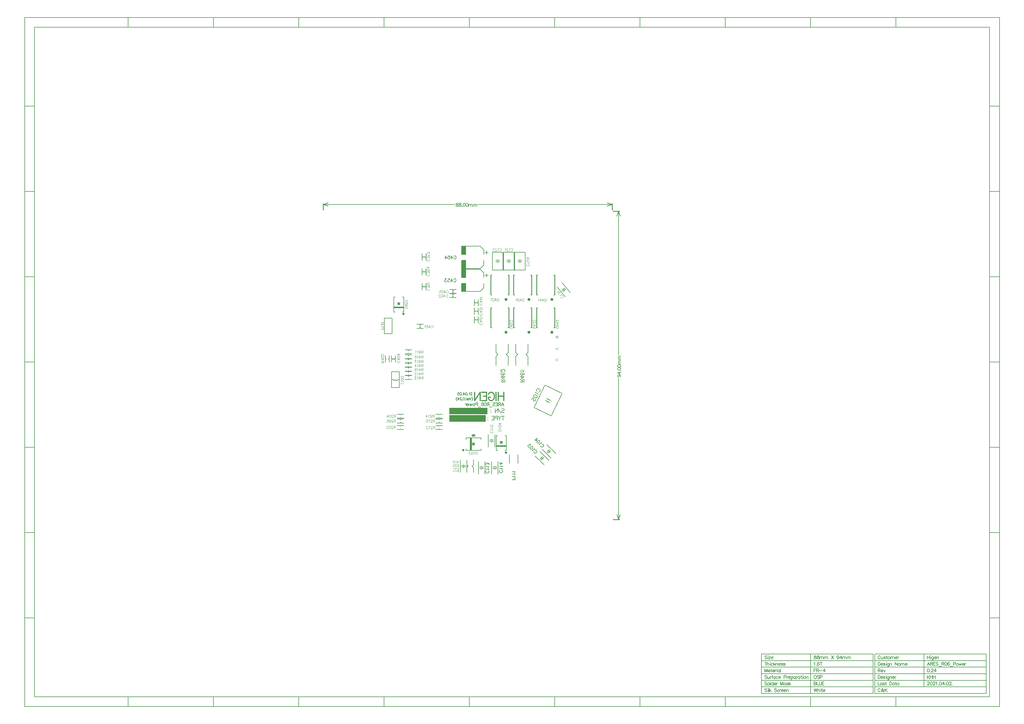
<source format=gbo>
G04 Layer_Color=32896*
%FSLAX44Y44*%
%MOMM*%
G71*
G01*
G75*
%ADD53C,0.2540*%
%ADD54C,0.1270*%
%ADD55C,0.1500*%
%ADD76C,0.1000*%
%ADD77C,0.2000*%
%ADD78C,0.3000*%
%ADD80C,0.1200*%
%ADD134C,0.5080*%
G36*
X102501Y-238499D02*
X98501Y-232499D01*
X106501D01*
X102501Y-238499D01*
D02*
G37*
G36*
X20501Y-244001D02*
X14501Y-240001D01*
X20501Y-236001D01*
Y-244001D01*
D02*
G37*
G36*
X55000Y-172000D02*
X-56250D01*
Y-152000D01*
X55000D01*
Y-172000D01*
D02*
G37*
G36*
X20501Y-218001D02*
X14501Y-214001D01*
X20501Y-210001D01*
Y-218001D01*
D02*
G37*
G36*
X-11717Y-256086D02*
X-10862Y-256941D01*
X-10399Y-258059D01*
Y-258664D01*
Y-259269D01*
X-10862Y-260387D01*
X-11717Y-261242D01*
X-12835Y-261705D01*
X-14045D01*
X-15163Y-261242D01*
X-16019Y-260387D01*
X-16481Y-259269D01*
Y-258664D01*
Y-258059D01*
X-16019Y-256941D01*
X-15163Y-256086D01*
X-14045Y-255623D01*
X-12835D01*
X-11717Y-256086D01*
D02*
G37*
G36*
X118283Y-263586D02*
X119138Y-264441D01*
X119601Y-265559D01*
Y-266164D01*
Y-266769D01*
X119138Y-267887D01*
X118283Y-268742D01*
X117165Y-269205D01*
X115955D01*
X114837Y-268742D01*
X113982Y-267887D01*
X113518Y-266769D01*
Y-266164D01*
Y-265559D01*
X113982Y-264441D01*
X114837Y-263586D01*
X115955Y-263123D01*
X117165D01*
X118283Y-263586D01*
D02*
G37*
G36*
X117500Y-248500D02*
X87500D01*
Y-244500D01*
X117500D01*
Y-248500D01*
D02*
G37*
G36*
X12500Y-259050D02*
X6500D01*
Y-221000D01*
X12500D01*
Y-259050D01*
D02*
G37*
G36*
X-5000Y266750D02*
X-19000D01*
Y292750D01*
X-5000D01*
Y266750D01*
D02*
G37*
G36*
Y224750D02*
X-19000D01*
Y250750D01*
X-5000D01*
Y224750D01*
D02*
G37*
G36*
X-5000Y336750D02*
X-19000D01*
Y362750D01*
X-5000D01*
Y336750D01*
D02*
G37*
G36*
Y294750D02*
X-19000D01*
Y320750D01*
X-5000D01*
Y294750D01*
D02*
G37*
G36*
X-194217Y158914D02*
X-193362Y158059D01*
X-192899Y156941D01*
Y156336D01*
Y155731D01*
X-193362Y154613D01*
X-194217Y153758D01*
X-195335Y153295D01*
X-196545D01*
X-197663Y153758D01*
X-198519Y154613D01*
X-198981Y155731D01*
Y156336D01*
Y156941D01*
X-198519Y158059D01*
X-197663Y158914D01*
X-196545Y159377D01*
X-195335D01*
X-194217Y158914D01*
D02*
G37*
G36*
X60000Y-149500D02*
X-56250D01*
Y-129500D01*
X60000D01*
Y-149500D01*
D02*
G37*
G36*
X-209999Y184001D02*
X-213999Y190001D01*
X-205999D01*
X-209999Y184001D01*
D02*
G37*
G36*
X-195000Y174000D02*
X-225000D01*
Y178000D01*
X-195000D01*
Y174000D01*
D02*
G37*
D53*
X210000Y115000D02*
Y175000D01*
Y115000D02*
X212500D01*
X210000Y175000D02*
X212500D01*
X262500D02*
X265000D01*
X262500Y115000D02*
X265000D01*
Y175000D01*
X140000Y215000D02*
Y275000D01*
Y215000D02*
X142500D01*
X140000Y275000D02*
X142500D01*
X192500D02*
X195000D01*
X192500Y215000D02*
X195000D01*
Y275000D01*
X210000Y215000D02*
Y275000D01*
Y215000D02*
X212500D01*
X210000Y275000D02*
X212500D01*
X262500D02*
X265000D01*
X262500Y215000D02*
X265000D01*
Y275000D01*
X140000Y115000D02*
Y175000D01*
Y115000D02*
X142500D01*
X140000Y175000D02*
X142500D01*
X192500D02*
X195000D01*
X192500Y115000D02*
X195000D01*
Y175000D01*
X70000Y115000D02*
Y175000D01*
Y115000D02*
X72500D01*
X70000Y175000D02*
X72500D01*
X122500D02*
X125000D01*
X122500Y115000D02*
X125000D01*
Y175000D01*
X70000Y215000D02*
Y275000D01*
Y215000D02*
X72500D01*
X70000Y275000D02*
X72500D01*
X122500D02*
X125000D01*
X122500Y215000D02*
X125000D01*
Y275000D01*
X443040Y-470000D02*
X462540D01*
X443040Y470000D02*
X462540D01*
X440000Y473040D02*
Y492540D01*
X-440000Y473040D02*
Y492540D01*
D54*
X460000Y-470000D02*
Y-39545D01*
Y31925D02*
Y470000D01*
Y-470000D02*
X465080Y-454760D01*
X454920D02*
X460000Y-470000D01*
X454920Y454760D02*
X460000Y470000D01*
X465080Y454760D01*
X31925Y490000D02*
X440000D01*
X-440000D02*
X-39545D01*
X424760Y495080D02*
X440000Y490000D01*
X424760Y484920D02*
X440000Y490000D01*
X-440000D02*
X-424760Y484920D01*
X-440000Y490000D02*
X-424760Y495080D01*
X459577Y-29446D02*
X461028Y-29930D01*
X461996Y-30898D01*
X462479Y-32349D01*
Y-32832D01*
X461996Y-34283D01*
X461028Y-35251D01*
X459577Y-35735D01*
X459093D01*
X457642Y-35251D01*
X456675Y-34283D01*
X456191Y-32832D01*
Y-32349D01*
X456675Y-30898D01*
X457642Y-29930D01*
X459577Y-29446D01*
X461996D01*
X464414Y-29930D01*
X465865Y-30898D01*
X466349Y-32349D01*
Y-33316D01*
X465865Y-34767D01*
X464898Y-35251D01*
X456191Y-21852D02*
X462963Y-26689D01*
Y-19434D01*
X456191Y-21852D02*
X466349D01*
X465382Y-17160D02*
X465865Y-17644D01*
X466349Y-17160D01*
X465865Y-16677D01*
X465382Y-17160D01*
X456191Y-11549D02*
X456675Y-13000D01*
X458126Y-13968D01*
X460544Y-14452D01*
X461996D01*
X464414Y-13968D01*
X465865Y-13000D01*
X466349Y-11549D01*
Y-10582D01*
X465865Y-9131D01*
X464414Y-8163D01*
X461996Y-7680D01*
X460544D01*
X458126Y-8163D01*
X456675Y-9131D01*
X456191Y-10582D01*
Y-11549D01*
Y-2504D02*
X456675Y-3955D01*
X458126Y-4922D01*
X460544Y-5406D01*
X461996D01*
X464414Y-4922D01*
X465865Y-3955D01*
X466349Y-2504D01*
Y-1537D01*
X465865Y-86D01*
X464414Y882D01*
X461996Y1366D01*
X460544D01*
X458126Y882D01*
X456675Y-86D01*
X456191Y-1537D01*
Y-2504D01*
X459577Y3639D02*
X466349D01*
X461512D02*
X460061Y5090D01*
X459577Y6058D01*
Y7509D01*
X460061Y8476D01*
X461512Y8960D01*
X466349D01*
X461512D02*
X460061Y10411D01*
X459577Y11378D01*
Y12830D01*
X460061Y13797D01*
X461512Y14281D01*
X466349D01*
X459577Y17473D02*
X466349D01*
X461512D02*
X460061Y18924D01*
X459577Y19892D01*
Y21343D01*
X460061Y22310D01*
X461512Y22794D01*
X466349D01*
X461512D02*
X460061Y24245D01*
X459577Y25212D01*
Y26663D01*
X460061Y27631D01*
X461512Y28115D01*
X466349D01*
X-33316Y493809D02*
X-34767Y493325D01*
X-35251Y492358D01*
Y491390D01*
X-34767Y490423D01*
X-33800Y489939D01*
X-31865Y489456D01*
X-30414Y488972D01*
X-29446Y488004D01*
X-28963Y487037D01*
Y485586D01*
X-29446Y484618D01*
X-29930Y484135D01*
X-31381Y483651D01*
X-33316D01*
X-34767Y484135D01*
X-35251Y484618D01*
X-35735Y485586D01*
Y487037D01*
X-35251Y488004D01*
X-34283Y488972D01*
X-32832Y489456D01*
X-30898Y489939D01*
X-29930Y490423D01*
X-29446Y491390D01*
Y492358D01*
X-29930Y493325D01*
X-31381Y493809D01*
X-33316D01*
X-24271D02*
X-25722Y493325D01*
X-26206Y492358D01*
Y491390D01*
X-25722Y490423D01*
X-24755Y489939D01*
X-22820Y489456D01*
X-21369Y488972D01*
X-20401Y488004D01*
X-19917Y487037D01*
Y485586D01*
X-20401Y484618D01*
X-20885Y484135D01*
X-22336Y483651D01*
X-24271D01*
X-25722Y484135D01*
X-26206Y484618D01*
X-26689Y485586D01*
Y487037D01*
X-26206Y488004D01*
X-25238Y488972D01*
X-23787Y489456D01*
X-21852Y489939D01*
X-20885Y490423D01*
X-20401Y491390D01*
Y492358D01*
X-20885Y493325D01*
X-22336Y493809D01*
X-24271D01*
X-17160Y484618D02*
X-17644Y484135D01*
X-17160Y483651D01*
X-16677Y484135D01*
X-17160Y484618D01*
X-11549Y493809D02*
X-13000Y493325D01*
X-13968Y491874D01*
X-14452Y489456D01*
Y488004D01*
X-13968Y485586D01*
X-13000Y484135D01*
X-11549Y483651D01*
X-10582D01*
X-9131Y484135D01*
X-8163Y485586D01*
X-7680Y488004D01*
Y489456D01*
X-8163Y491874D01*
X-9131Y493325D01*
X-10582Y493809D01*
X-11549D01*
X-2504D02*
X-3955Y493325D01*
X-4922Y491874D01*
X-5406Y489456D01*
Y488004D01*
X-4922Y485586D01*
X-3955Y484135D01*
X-2504Y483651D01*
X-1537D01*
X-86Y484135D01*
X882Y485586D01*
X1366Y488004D01*
Y489456D01*
X882Y491874D01*
X-86Y493325D01*
X-1537Y493809D01*
X-2504D01*
X3639Y490423D02*
Y483651D01*
Y488488D02*
X5090Y489939D01*
X6058Y490423D01*
X7509D01*
X8476Y489939D01*
X8960Y488488D01*
Y483651D01*
Y488488D02*
X10411Y489939D01*
X11378Y490423D01*
X12830D01*
X13797Y489939D01*
X14281Y488488D01*
Y483651D01*
X17473Y490423D02*
Y483651D01*
Y488488D02*
X18924Y489939D01*
X19892Y490423D01*
X21343D01*
X22310Y489939D01*
X22794Y488488D01*
Y483651D01*
Y488488D02*
X24245Y489939D01*
X25212Y490423D01*
X26663D01*
X27631Y489939D01*
X28115Y488488D01*
Y483651D01*
D55*
X-217500Y-43750D02*
G03*
X-212500Y-43750I2500J0D01*
G01*
X-222500D02*
G03*
X-217500Y-43750I2500J0D01*
G01*
X-227500D02*
G03*
X-222500Y-43750I2500J0D01*
G01*
X76499Y-314501D02*
X88499Y-314501D01*
X82499Y-317501D02*
X82499Y-314501D01*
X76499Y-310501D02*
X88499Y-310501D01*
X82499Y-310501D02*
Y-307501D01*
X36501Y-310499D02*
X48501Y-310499D01*
X42501D02*
X42501Y-307499D01*
X36501Y-314499D02*
X48501Y-314499D01*
X42501Y-314499D02*
X42501Y-317499D01*
X-12499Y-312500D02*
Y-309500D01*
X-18499D02*
X-6499D01*
X-12499Y-305500D02*
Y-302500D01*
X-18499Y-305500D02*
X-6499D01*
X20501Y-214001D02*
X23502Y-214000D01*
X11500D02*
X14501Y-214001D01*
X20501Y-218001D02*
Y-210001D01*
X14501Y-214001D02*
X20501Y-218001D01*
X14501Y-214001D02*
X20501Y-210001D01*
X14501Y-218001D02*
Y-210001D01*
X20501Y-244001D02*
Y-236001D01*
X14501Y-240001D02*
X20501Y-244001D01*
X14501Y-240001D02*
X20501Y-236001D01*
X14501Y-244001D02*
Y-236001D01*
X98501Y-232499D02*
X106501D01*
X102501Y-238499D02*
X106501Y-232499D01*
X98501D02*
X102501Y-238499D01*
X98501D02*
X106501D01*
X72499Y-225001D02*
X72499Y-228001D01*
X66499Y-228001D02*
X78499Y-228001D01*
X72499Y-232001D02*
X72499Y-235001D01*
X66499Y-232001D02*
X78499Y-232001D01*
X220843Y-286077D02*
X229328Y-277592D01*
X222964Y-279713D02*
X225086Y-281835D01*
X223672Y-288906D02*
X232157Y-280420D01*
X227914Y-284663D02*
X230035Y-286784D01*
X244672Y-268158D02*
X253157Y-259673D01*
X248914Y-263915D02*
X251036Y-266037D01*
X241843Y-265330D02*
X250328Y-256844D01*
X243965Y-258966D02*
X246086Y-261087D01*
X-87500Y-174000D02*
X-85500Y-176000D01*
X-77500D01*
X-89500D02*
X-87500Y-174000D01*
X-97500Y-176000D02*
X-89500D01*
X-97500Y-164000D02*
X-89500D01*
X-87500Y-166000D01*
X-85500Y-164000D02*
X-77500D01*
X-87500Y-166000D02*
X-85500Y-164000D01*
X-89500Y-149000D02*
X-87500Y-151000D01*
X-97500Y-149000D02*
X-89500D01*
X-87500Y-151000D02*
X-85500Y-149000D01*
X-77500D01*
X-85500Y-161000D02*
X-77500D01*
X-87500Y-159000D02*
X-85500Y-161000D01*
X-97500D02*
X-89500D01*
X-87500Y-159000D01*
Y-194000D02*
X-85500Y-196000D01*
X-77500D01*
X-89500D02*
X-87500Y-194000D01*
X-97500Y-196000D02*
X-89500D01*
X-97500Y-184000D02*
X-89500D01*
X-87500Y-186000D01*
X-85500Y-184000D02*
X-77500D01*
X-87500Y-186000D02*
X-85500Y-184000D01*
X-205000Y-194000D02*
X-203000Y-196000D01*
X-195000D01*
X-207000D02*
X-205000Y-194000D01*
X-215000Y-196000D02*
X-207000D01*
X-215000Y-184000D02*
X-207000D01*
X-205000Y-186000D01*
X-203000Y-184000D02*
X-195000D01*
X-205000Y-186000D02*
X-203000Y-184000D01*
X-207000Y-149000D02*
X-205000Y-151000D01*
X-215000Y-149000D02*
X-207000D01*
X-205000Y-151000D02*
X-203000Y-149000D01*
X-195000D01*
X-203000Y-161000D02*
X-195000D01*
X-205000Y-159000D02*
X-203000Y-161000D01*
X-215000D02*
X-207000D01*
X-205000Y-159000D01*
Y-174000D02*
X-203000Y-176000D01*
X-195000D01*
X-207000D02*
X-205000Y-174000D01*
X-215000Y-176000D02*
X-207000D01*
X-215000Y-164000D02*
X-207000D01*
X-205000Y-166000D01*
X-203000Y-164000D02*
X-195000D01*
X-205000Y-166000D02*
X-203000Y-164000D01*
X-180500Y45000D02*
X-178500Y47000D01*
X-170500D01*
X-182500D02*
X-180500Y45000D01*
X-190500Y47000D02*
X-182500D01*
X-190500Y35000D02*
X-182500D01*
X-180500Y37000D01*
X-178500Y35000D02*
X-170500D01*
X-180500Y37000D02*
X-178500Y35000D01*
X-180500Y29800D02*
X-178500Y31800D01*
X-170500D01*
X-182500D02*
X-180500Y29800D01*
X-190500Y31800D02*
X-182500D01*
X-190500Y19800D02*
X-182500D01*
X-180500Y21800D01*
X-178500Y19800D02*
X-170500D01*
X-180500Y21800D02*
X-178500Y19800D01*
X-180500Y9100D02*
X-178500Y7100D01*
X-170500D01*
X-182500D02*
X-180500Y9100D01*
X-190500Y7100D02*
X-182500D01*
X-190500Y19100D02*
X-182500D01*
X-180500Y17100D01*
X-178500Y19100D02*
X-170500D01*
X-180500Y17100D02*
X-178500Y19100D01*
X-182500Y6400D02*
X-180500Y4400D01*
X-190500Y6400D02*
X-182500D01*
X-180500Y4400D02*
X-178500Y6400D01*
X-170500D01*
X-178500Y-5600D02*
X-170500D01*
X-180500Y-3600D02*
X-178500Y-5600D01*
X-190500D02*
X-182500D01*
X-180500Y-3600D01*
X-182500Y-6300D02*
X-180500Y-8300D01*
X-190500Y-6300D02*
X-182500D01*
X-180500Y-8300D02*
X-178500Y-6300D01*
X-170500D01*
X-178500Y-18300D02*
X-170500D01*
X-180500Y-16300D02*
X-178500Y-18300D01*
X-190500D02*
X-182500D01*
X-180500Y-16300D01*
X-182500Y-19000D02*
X-180500Y-21000D01*
X-190500Y-19000D02*
X-182500D01*
X-180500Y-21000D02*
X-178500Y-19000D01*
X-170500D01*
X-178500Y-31000D02*
X-170500D01*
X-180500Y-29000D02*
X-178500Y-31000D01*
X-190500D02*
X-182500D01*
X-180500Y-29000D01*
X-182500Y-31700D02*
X-180500Y-33700D01*
X-190500Y-31700D02*
X-182500D01*
X-180500Y-33700D02*
X-178500Y-31700D01*
X-170500D01*
X-178500Y-43700D02*
X-170500D01*
X-180500Y-41700D02*
X-178500Y-43700D01*
X-190500D02*
X-182500D01*
X-180500Y-41700D01*
X-241000Y19550D02*
X-239000Y17550D01*
Y9550D02*
Y17550D01*
X-241000Y19550D02*
X-239000Y21550D01*
Y29550D01*
X-251000Y21550D02*
Y29550D01*
Y21550D02*
X-249000Y19550D01*
X-251000Y9550D02*
Y17550D01*
X-249000Y19550D01*
X-212500Y-43750D02*
X-208000D01*
X-208000Y-43750D01*
X-232000Y-43750D02*
X-227500D01*
X125000Y312500D02*
Y315500D01*
X119000D02*
X131000D01*
X125000Y319500D02*
Y322500D01*
X119000Y319500D02*
X131000D01*
X91250Y312500D02*
Y315500D01*
X85250D02*
X97250D01*
X91250Y319500D02*
Y322500D01*
X85250Y319500D02*
X97250D01*
X158750Y312500D02*
Y315500D01*
X152750D02*
X164750D01*
X158750Y319500D02*
Y322500D01*
X152750Y319500D02*
X164750D01*
X-135000Y238000D02*
Y242000D01*
X-131000Y238000D02*
Y242000D01*
X-139000Y240000D02*
X-135000D01*
X-131000D02*
X-127000D01*
X-139000Y230000D02*
Y250000D01*
X-127000Y230000D02*
Y250000D01*
X-147000Y120750D02*
X-143000D01*
X-147000Y116750D02*
X-143000D01*
X-145000Y120750D02*
Y124750D01*
Y112750D02*
Y116750D01*
X-155000Y124750D02*
X-135000D01*
X-155000Y112750D02*
X-135000D01*
Y328000D02*
Y332000D01*
X-131000Y328000D02*
Y332000D01*
X-139000Y330000D02*
X-135000D01*
X-131000D02*
X-127000D01*
X-139000Y320000D02*
Y340000D01*
X-127000Y320000D02*
Y340000D01*
X-135000Y283000D02*
Y287000D01*
X-131000Y283000D02*
Y287000D01*
X-139000Y285000D02*
X-135000D01*
X-131000D02*
X-127000D01*
X-139000Y275000D02*
Y295000D01*
X-127000Y275000D02*
Y295000D01*
X-232250Y9500D02*
Y29500D01*
X-220250Y9500D02*
Y29500D01*
X-232250Y19500D02*
X-228250D01*
X-224250D02*
X-220250D01*
X-228250Y17500D02*
Y21500D01*
X-224250Y17500D02*
Y21500D01*
X-213999Y190001D02*
X-205999D01*
X-209999Y184001D02*
X-205999Y190001D01*
X-213999D02*
X-209999Y184001D01*
X-213999D02*
X-205999D01*
X286618Y227677D02*
X295811Y235390D01*
X289286Y233831D02*
X291215Y231533D01*
X289189Y224612D02*
X298382Y232326D01*
X293786Y228469D02*
X295714Y226171D01*
X-47001Y214500D02*
X-43001D01*
X-47001Y210500D02*
X-43001D01*
X-45001Y214500D02*
Y218500D01*
Y206500D02*
Y210500D01*
X-55001Y218500D02*
X-35001D01*
X-55001Y206500D02*
X-35001D01*
X20000Y180750D02*
Y200750D01*
X32000Y180750D02*
Y200750D01*
X20000Y190750D02*
X24000D01*
X28000D02*
X32000D01*
X24000Y188750D02*
Y192750D01*
X28000Y188750D02*
Y192750D01*
Y162750D02*
Y166750D01*
X24000Y162750D02*
Y166750D01*
X28000Y164750D02*
X32000D01*
X20000D02*
X24000D01*
X32000Y154750D02*
Y174750D01*
X20000Y154750D02*
Y174750D01*
X24000Y136750D02*
Y140750D01*
X28000Y136750D02*
Y140750D01*
X20000Y138750D02*
X24000D01*
X28000D02*
X32000D01*
X20000Y128750D02*
Y148750D01*
X32000Y128750D02*
Y148750D01*
X-55000Y219000D02*
X-35000D01*
X-55000Y231000D02*
X-35000D01*
X-45000Y219000D02*
Y223000D01*
Y227000D02*
Y231000D01*
X-47000Y223000D02*
X-43000D01*
X-47000Y227000D02*
X-43000D01*
X103867Y-320359D02*
X104820Y-320835D01*
X105772Y-321787D01*
X106248Y-322739D01*
Y-324644D01*
X105772Y-325596D01*
X104820Y-326548D01*
X103867Y-327024D01*
X102439Y-327500D01*
X100059D01*
X98630Y-327024D01*
X97678Y-326548D01*
X96726Y-325596D01*
X96250Y-324644D01*
Y-322739D01*
X96726Y-321787D01*
X97678Y-320835D01*
X98630Y-320359D01*
X104344Y-317550D02*
X104820Y-316598D01*
X106248Y-315169D01*
X96250D01*
X104344Y-310218D02*
X104820Y-309266D01*
X106248Y-307838D01*
X96250D01*
X106248Y-298125D02*
X99583Y-302886D01*
Y-295745D01*
X106248Y-298125D02*
X96250D01*
X62617Y-321609D02*
X63570Y-322085D01*
X64522Y-323037D01*
X64998Y-323989D01*
Y-325894D01*
X64522Y-326846D01*
X63570Y-327798D01*
X62617Y-328274D01*
X61189Y-328750D01*
X58809D01*
X57380Y-328274D01*
X56428Y-327798D01*
X55476Y-326846D01*
X55000Y-325894D01*
Y-323989D01*
X55476Y-323037D01*
X56428Y-322085D01*
X57380Y-321609D01*
X63094Y-318800D02*
X63570Y-317848D01*
X64998Y-316419D01*
X55000D01*
X63094Y-311468D02*
X63570Y-310516D01*
X64998Y-309088D01*
X55000D01*
X64998Y-303184D02*
Y-297947D01*
X61189Y-300804D01*
Y-299375D01*
X60713Y-298423D01*
X60237Y-297947D01*
X58809Y-297471D01*
X57856D01*
X56428Y-297947D01*
X55476Y-298899D01*
X55000Y-300327D01*
Y-301756D01*
X55476Y-303184D01*
X55952Y-303660D01*
X56904Y-304136D01*
X226587Y-240814D02*
X227597Y-240477D01*
X228943D01*
X229953Y-240814D01*
X231300Y-242161D01*
X231636Y-243171D01*
X231636Y-244517D01*
X231300Y-245527D01*
X230626Y-246874D01*
X228943Y-248557D01*
X227597Y-249230D01*
X226587Y-249567D01*
X225240D01*
X224230Y-249230D01*
X222883Y-247883D01*
X222547Y-246874D01*
Y-245527D01*
X222883Y-244517D01*
X224937Y-238491D02*
X224600Y-237481D01*
Y-235461D01*
X217531Y-242531D01*
X219079Y-229940D02*
X219753Y-231287D01*
X219416Y-232970D01*
X218069Y-234990D01*
X217060Y-236000D01*
X215040Y-237346D01*
X213356Y-237683D01*
X212010Y-237010D01*
X211337Y-236337D01*
X210663Y-234990D01*
X211000Y-233307D01*
X212346Y-231287D01*
X213356Y-230277D01*
X215376Y-228930D01*
X217060Y-228594D01*
X218406Y-229267D01*
X219079Y-229940D01*
X211438Y-222299D02*
X210091Y-230378D01*
X205041Y-225328D01*
X211438Y-222299D02*
X204368Y-229368D01*
X205587Y-259064D02*
X206597Y-258727D01*
X207943D01*
X208953Y-259064D01*
X210300Y-260411D01*
X210636Y-261420D01*
X210636Y-262767D01*
X210300Y-263777D01*
X209626Y-265124D01*
X207943Y-266807D01*
X206597Y-267480D01*
X205587Y-267817D01*
X204240D01*
X203230Y-267480D01*
X201884Y-266133D01*
X201547Y-265124D01*
Y-263777D01*
X201884Y-262767D01*
X203937Y-256741D02*
X203600Y-255731D01*
Y-253711D01*
X196531Y-260781D01*
X198079Y-248190D02*
X198753Y-249537D01*
X198416Y-251220D01*
X197069Y-253240D01*
X196060Y-254250D01*
X194040Y-255597D01*
X192356Y-255933D01*
X191010Y-255260D01*
X190337Y-254587D01*
X189663Y-253240D01*
X190000Y-251557D01*
X191346Y-249537D01*
X192356Y-248527D01*
X194376Y-247180D01*
X196060Y-246844D01*
X197406Y-247517D01*
X198079Y-248190D01*
X193131Y-243242D02*
X189428Y-239539D01*
X188754Y-244252D01*
X187744Y-243242D01*
X186735Y-242905D01*
X186061Y-242905D01*
X184715Y-243578D01*
X184041Y-244252D01*
X183368Y-245598D01*
Y-246945D01*
X184041Y-248291D01*
X185051Y-249301D01*
X186398Y-249975D01*
X187071D01*
X188081Y-249638D01*
X171997Y-51250D02*
X160000D01*
X171997D02*
Y-46108D01*
X171426Y-44394D01*
X170855Y-43823D01*
X169712Y-43252D01*
X168570D01*
X167427Y-43823D01*
X166856Y-44394D01*
X166284Y-46108D01*
Y-51250D01*
Y-47251D02*
X160000Y-43252D01*
X171997Y-34853D02*
X163999Y-40567D01*
Y-31997D01*
X171997Y-34853D02*
X160000D01*
X170284Y-23028D02*
X171426Y-23599D01*
X171997Y-25313D01*
Y-26455D01*
X171426Y-28169D01*
X169712Y-29312D01*
X166856Y-29883D01*
X163999D01*
X161714Y-29312D01*
X160571Y-28169D01*
X160000Y-26455D01*
Y-25884D01*
X160571Y-24170D01*
X161714Y-23028D01*
X163428Y-22456D01*
X163999D01*
X165713Y-23028D01*
X166856Y-24170D01*
X167427Y-25884D01*
Y-26455D01*
X166856Y-28169D01*
X165713Y-29312D01*
X163999Y-29883D01*
X169712Y-19828D02*
X170284Y-18686D01*
X171997Y-16972D01*
X160000D01*
X144998Y-348750D02*
X135000D01*
X144998D02*
Y-342561D01*
X140237Y-348750D02*
Y-344941D01*
X143094Y-341418D02*
X143570Y-340466D01*
X144998Y-339038D01*
X135000D01*
X143094Y-334086D02*
X143570Y-333134D01*
X144998Y-331706D01*
X135000D01*
X143094Y-326755D02*
X143570Y-325802D01*
X144998Y-324374D01*
X135000D01*
X113247Y-51250D02*
X101250D01*
X113247D02*
Y-46108D01*
X112676Y-44394D01*
X112105Y-43823D01*
X110962Y-43252D01*
X109820D01*
X108677Y-43823D01*
X108106Y-44394D01*
X107534Y-46108D01*
Y-51250D01*
Y-47251D02*
X101250Y-43252D01*
X113247Y-34853D02*
X105249Y-40567D01*
Y-31997D01*
X113247Y-34853D02*
X101250D01*
X111533Y-23028D02*
X112676Y-23599D01*
X113247Y-25313D01*
Y-26455D01*
X112676Y-28169D01*
X110962Y-29312D01*
X108106Y-29883D01*
X105249D01*
X102964Y-29312D01*
X101821Y-28169D01*
X101250Y-26455D01*
Y-25884D01*
X101821Y-24170D01*
X102964Y-23028D01*
X104678Y-22456D01*
X105249D01*
X106963Y-23028D01*
X108106Y-24170D01*
X108677Y-25884D01*
Y-26455D01*
X108106Y-28169D01*
X106963Y-29312D01*
X105249Y-29883D01*
X110391Y-19257D02*
X110962D01*
X112105Y-18686D01*
X112676Y-18114D01*
X113247Y-16972D01*
Y-14686D01*
X112676Y-13544D01*
X112105Y-12973D01*
X110962Y-12401D01*
X109820D01*
X108677Y-12973D01*
X106963Y-14115D01*
X101250Y-19828D01*
Y-11830D01*
X-42771Y261463D02*
X-42295Y262416D01*
X-41343Y263368D01*
X-40391Y263844D01*
X-38486D01*
X-37534Y263368D01*
X-36582Y262416D01*
X-36106Y261463D01*
X-35630Y260035D01*
Y257655D01*
X-36106Y256226D01*
X-36582Y255274D01*
X-37534Y254322D01*
X-38486Y253846D01*
X-40391D01*
X-41343Y254322D01*
X-42295Y255274D01*
X-42771Y256226D01*
X-50341Y263844D02*
X-45580Y257179D01*
X-52722D01*
X-50341Y263844D02*
Y253846D01*
X-60196Y263844D02*
X-55435D01*
X-54959Y259559D01*
X-55435Y260035D01*
X-56863Y260511D01*
X-58292D01*
X-59720Y260035D01*
X-60672Y259083D01*
X-61148Y257655D01*
Y256702D01*
X-60672Y255274D01*
X-59720Y254322D01*
X-58292Y253846D01*
X-56863D01*
X-55435Y254322D01*
X-54959Y254798D01*
X-54483Y255750D01*
X-64338Y263844D02*
X-69575D01*
X-66719Y260035D01*
X-68147D01*
X-69099Y259559D01*
X-69575Y259083D01*
X-70051Y257655D01*
Y256702D01*
X-69575Y255274D01*
X-68623Y254322D01*
X-67195Y253846D01*
X-65766D01*
X-64338Y254322D01*
X-63862Y254798D01*
X-63386Y255750D01*
X-42517Y331313D02*
X-42041Y332266D01*
X-41089Y333218D01*
X-40137Y333694D01*
X-38233D01*
X-37280Y333218D01*
X-36328Y332266D01*
X-35852Y331313D01*
X-35376Y329885D01*
Y327505D01*
X-35852Y326076D01*
X-36328Y325124D01*
X-37280Y324172D01*
X-38233Y323696D01*
X-40137D01*
X-41089Y324172D01*
X-42041Y325124D01*
X-42517Y326076D01*
X-50087Y333694D02*
X-45326Y327029D01*
X-52468D01*
X-50087Y333694D02*
Y323696D01*
X-59942Y333694D02*
X-55181D01*
X-54705Y329409D01*
X-55181Y329885D01*
X-56610Y330361D01*
X-58038D01*
X-59466Y329885D01*
X-60418Y328933D01*
X-60894Y327505D01*
Y326553D01*
X-60418Y325124D01*
X-59466Y324172D01*
X-58038Y323696D01*
X-56610D01*
X-55181Y324172D01*
X-54705Y324648D01*
X-54229Y325600D01*
X-67893Y333694D02*
X-63132Y327029D01*
X-70273D01*
X-67893Y333694D02*
Y323696D01*
X13369Y-85156D02*
Y-84775D01*
X12988Y-84013D01*
X12607Y-83632D01*
X11846Y-83252D01*
X10322D01*
X9560Y-83632D01*
X9180Y-84013D01*
X8799Y-84775D01*
Y-85537D01*
X9180Y-86299D01*
X9941Y-87441D01*
X13750Y-91250D01*
X8418D01*
X6628Y-84775D02*
X5866Y-84394D01*
X4723Y-83252D01*
Y-91250D01*
X381Y-90488D02*
X762Y-90869D01*
X381Y-91250D01*
X1Y-90869D01*
X381Y-90488D01*
X-4037Y-83252D02*
X-2894Y-83632D01*
X-2132Y-84775D01*
X-1752Y-86679D01*
Y-87822D01*
X-2132Y-89726D01*
X-2894Y-90869D01*
X-4037Y-91250D01*
X-4798D01*
X-5941Y-90869D01*
X-6703Y-89726D01*
X-7084Y-87822D01*
Y-86679D01*
X-6703Y-84775D01*
X-5941Y-83632D01*
X-4798Y-83252D01*
X-4037D01*
X-12682D02*
X-8874Y-88584D01*
X-14587D01*
X-12682Y-83252D02*
Y-91250D01*
X-16377Y-90488D02*
X-15996Y-90869D01*
X-16377Y-91250D01*
X-16758Y-90869D01*
X-16377Y-90488D01*
X-20795Y-83252D02*
X-19652Y-83632D01*
X-18891Y-84775D01*
X-18510Y-86679D01*
Y-87822D01*
X-18891Y-89726D01*
X-19652Y-90869D01*
X-20795Y-91250D01*
X-21557D01*
X-22699Y-90869D01*
X-23461Y-89726D01*
X-23842Y-87822D01*
Y-86679D01*
X-23461Y-84775D01*
X-22699Y-83632D01*
X-21557Y-83252D01*
X-20795D01*
X-30203D02*
X-26394D01*
X-26013Y-86679D01*
X-26394Y-86299D01*
X-27536Y-85918D01*
X-28679D01*
X-29822Y-86299D01*
X-30583Y-87060D01*
X-30964Y-88203D01*
Y-88965D01*
X-30583Y-90107D01*
X-29822Y-90869D01*
X-28679Y-91250D01*
X-27536D01*
X-26394Y-90869D01*
X-26013Y-90488D01*
X-25632Y-89726D01*
X12334Y-96728D02*
X13096Y-97490D01*
X13857Y-98633D01*
X14619Y-100156D01*
X15000Y-102060D01*
Y-103584D01*
X14619Y-105488D01*
X13857Y-107012D01*
X13096Y-108154D01*
X12334Y-108916D01*
X13096Y-97490D02*
X13857Y-99013D01*
X14238Y-100156D01*
X14619Y-102060D01*
Y-103584D01*
X14238Y-105488D01*
X13857Y-106631D01*
X13096Y-108154D01*
X10810Y-98252D02*
X7764Y-106250D01*
X4717Y-98252D02*
X7764Y-106250D01*
X3688Y-103203D02*
X-882D01*
Y-102441D01*
X-501Y-101680D01*
X-121Y-101299D01*
X641Y-100918D01*
X1784D01*
X2546Y-101299D01*
X3307Y-102060D01*
X3688Y-103203D01*
Y-103965D01*
X3307Y-105107D01*
X2546Y-105869D01*
X1784Y-106250D01*
X641D01*
X-121Y-105869D01*
X-882Y-105107D01*
X-2596Y-100918D02*
Y-106250D01*
Y-103203D02*
X-2977Y-102060D01*
X-3739Y-101299D01*
X-4501Y-100918D01*
X-5643D01*
X-6748Y-105488D02*
X-6367Y-105869D01*
X-6748Y-106250D01*
X-7129Y-105869D01*
X-6748Y-105488D01*
X-11166Y-98252D02*
X-10023Y-98633D01*
X-9262Y-99775D01*
X-8881Y-101680D01*
Y-102822D01*
X-9262Y-104726D01*
X-10023Y-105869D01*
X-11166Y-106250D01*
X-11928D01*
X-13070Y-105869D01*
X-13832Y-104726D01*
X-14213Y-102822D01*
Y-101680D01*
X-13832Y-99775D01*
X-13070Y-98633D01*
X-11928Y-98252D01*
X-11166D01*
X-16384Y-105488D02*
X-16003Y-105869D01*
X-16384Y-106250D01*
X-16765Y-105869D01*
X-16384Y-105488D01*
X-18898Y-100156D02*
Y-99775D01*
X-19278Y-99013D01*
X-19659Y-98633D01*
X-20421Y-98252D01*
X-21944D01*
X-22706Y-98633D01*
X-23087Y-99013D01*
X-23468Y-99775D01*
Y-100537D01*
X-23087Y-101299D01*
X-22325Y-102441D01*
X-18517Y-106250D01*
X-23849D01*
X-29448Y-98252D02*
X-25639Y-103584D01*
X-31352D01*
X-29448Y-98252D02*
Y-106250D01*
X-32761Y-96728D02*
X-33523Y-97490D01*
X-34285Y-98633D01*
X-35047Y-100156D01*
X-35427Y-102060D01*
Y-103584D01*
X-35047Y-105488D01*
X-34285Y-107012D01*
X-33523Y-108154D01*
X-32761Y-108916D01*
X-33523Y-97490D02*
X-34285Y-99013D01*
X-34666Y-100156D01*
X-35047Y-102060D01*
Y-103584D01*
X-34666Y-105488D01*
X-34285Y-106631D01*
X-33523Y-108154D01*
X-1320000Y-1010000D02*
Y1030000D01*
X1590000D01*
Y-1010000D02*
Y1030000D01*
X-1320000Y-1010000D02*
X1590000D01*
X-1350000Y-1040000D02*
X1620000D01*
X-1350000Y1060000D02*
X1620000D01*
X-1350000Y-1040000D02*
Y1060000D01*
Y530000D02*
X-1320000D01*
X-1350000Y530000D02*
X-1320000D01*
X-1350000Y790000D02*
X-1320000D01*
X-1350000D02*
X-1320000D01*
X5000Y-1040000D02*
Y-1010000D01*
X5000Y-1040000D02*
Y-1010000D01*
X-775000Y1030000D02*
Y1060000D01*
X-515000Y1030000D02*
Y1060000D01*
X-775000Y1030000D02*
Y1060000D01*
X-1035000Y1030000D02*
Y1060000D01*
X-1035000Y1030000D02*
Y1060000D01*
X5000Y1030000D02*
Y1060000D01*
X5000Y1030000D02*
Y1060000D01*
X-255000Y1030000D02*
Y1060000D01*
Y1030000D02*
Y1060000D01*
X-515000Y1030000D02*
Y1060000D01*
X1620000Y-1040000D02*
Y1060000D01*
X1590000Y790000D02*
X1620000D01*
X1590000D02*
X1620000D01*
X1590000Y530000D02*
X1620000D01*
X1590000Y530000D02*
X1620000D01*
X1590000Y270000D02*
X1620000D01*
X1590000D02*
X1620000D01*
X1590000Y10000D02*
X1620000D01*
X1590000D02*
X1620000D01*
X1590000Y-250000D02*
X1620000D01*
X1590000D02*
X1620000D01*
X1590000Y-510000D02*
X1620000D01*
X1590000Y-510000D02*
X1620000D01*
X1590000Y-770000D02*
X1620000D01*
X1590000D02*
X1620000D01*
X265000Y-1040000D02*
Y-1010000D01*
Y-1040000D02*
Y-1010000D01*
X525000Y-1040000D02*
Y-1010000D01*
Y-1040000D02*
Y-1010000D01*
X785000Y-1040000D02*
Y-1010000D01*
Y-1040000D02*
Y-1010000D01*
X1045000Y-1040000D02*
Y-1010000D01*
X1045000Y-1040000D02*
Y-1010000D01*
X1305000Y-1040000D02*
Y-1010000D01*
Y-1040000D02*
Y-1010000D01*
Y1030000D02*
Y1060000D01*
Y1030000D02*
Y1060000D01*
X1045000Y1030000D02*
Y1060000D01*
X1045000Y1030000D02*
Y1060000D01*
X785000Y1030000D02*
Y1060000D01*
Y1030000D02*
Y1060000D01*
X525000Y1030000D02*
Y1060000D01*
Y1030000D02*
Y1060000D01*
X265000Y1030000D02*
Y1060000D01*
Y1030000D02*
Y1060000D01*
X1240000Y-900000D02*
X1580000D01*
X1240000Y-920000D02*
X1580000D01*
X1240000Y-940000D02*
X1580000D01*
X1240000Y-960000D02*
X1580000D01*
X1240000Y-980000D02*
X1580000D01*
X1240000Y-1000000D02*
X1580000D01*
X1390000Y-980000D02*
Y-880000D01*
X1580000Y-1000000D02*
Y-880000D01*
X1240000D02*
X1580000D01*
X1240000Y-1000000D02*
Y-880000D01*
X-1350000Y-770000D02*
X-1320000D01*
X-1350000D02*
X-1320000D01*
X-1350000Y-510000D02*
X-1320000D01*
X-1350000Y-510000D02*
X-1320000D01*
X-1350000Y-250000D02*
X-1320000D01*
X-1350000D02*
X-1320000D01*
X-1350000Y10000D02*
X-1320000D01*
X-1350000D02*
X-1320000D01*
X-1350000Y270000D02*
X-1320000D01*
X-1350000D02*
X-1320000D01*
X-515000Y-1040000D02*
Y-1010000D01*
X-255000Y-1040000D02*
Y-1010000D01*
Y-1040000D02*
Y-1010000D01*
X-1035000Y-1040000D02*
Y-1010000D01*
X-1035000Y-1040000D02*
Y-1010000D01*
X-775000Y-1040000D02*
Y-1010000D01*
X-515000Y-1040000D02*
Y-1010000D01*
X-775000Y-1040000D02*
Y-1010000D01*
X895000Y-900000D02*
X1235000D01*
X895000Y-920000D02*
X1235000D01*
X895000Y-940000D02*
X1235000D01*
X895000Y-960000D02*
X1235000D01*
X895000Y-980000D02*
X1235000D01*
X895000Y-1000000D02*
X1235000D01*
X1045000D02*
Y-880000D01*
X1235000Y-1000000D02*
Y-880000D01*
X895000D02*
X1235000D01*
X895000Y-1000000D02*
Y-880000D01*
X1257141Y-987383D02*
X1256665Y-986430D01*
X1255713Y-985478D01*
X1254761Y-985002D01*
X1252857D01*
X1251904Y-985478D01*
X1250952Y-986430D01*
X1250476Y-987383D01*
X1250000Y-988811D01*
Y-991191D01*
X1250476Y-992619D01*
X1250952Y-993572D01*
X1251904Y-994524D01*
X1252857Y-995000D01*
X1254761D01*
X1255713Y-994524D01*
X1256665Y-993572D01*
X1257141Y-992619D01*
X1268520Y-988811D02*
X1268044Y-989287D01*
X1268520Y-989763D01*
X1268996Y-989287D01*
Y-988811D01*
X1268520Y-988335D01*
X1268044D01*
X1267568Y-988811D01*
X1267092Y-989763D01*
X1266139Y-992143D01*
X1265187Y-993572D01*
X1264235Y-994524D01*
X1263283Y-995000D01*
X1261855D01*
X1260426Y-994524D01*
X1259950Y-993572D01*
Y-992143D01*
X1260426Y-991191D01*
X1263283Y-989287D01*
X1264235Y-988335D01*
X1264711Y-987383D01*
Y-986430D01*
X1264235Y-985478D01*
X1263283Y-985002D01*
X1262331Y-985478D01*
X1261855Y-986430D01*
Y-987383D01*
X1262331Y-988811D01*
X1263283Y-990239D01*
X1265663Y-993572D01*
X1266616Y-994524D01*
X1268044Y-995000D01*
X1268520D01*
X1268996Y-994524D01*
Y-994048D01*
X1261855Y-995000D02*
X1260902Y-994524D01*
X1260426Y-993572D01*
Y-992143D01*
X1260902Y-991191D01*
X1261855Y-990239D01*
Y-987383D02*
X1262331Y-988335D01*
X1266139Y-993572D01*
X1267092Y-994524D01*
X1268044Y-995000D01*
X1271472Y-985002D02*
Y-995000D01*
X1278137Y-985002D02*
X1271472Y-991667D01*
X1273852Y-989287D02*
X1278137Y-995000D01*
X1400476Y-967383D02*
Y-966907D01*
X1400952Y-965954D01*
X1401428Y-965478D01*
X1402380Y-965002D01*
X1404285D01*
X1405237Y-965478D01*
X1405713Y-965954D01*
X1406189Y-966907D01*
Y-967859D01*
X1405713Y-968811D01*
X1404761Y-970239D01*
X1400000Y-975000D01*
X1406665D01*
X1411759Y-965002D02*
X1410331Y-965478D01*
X1409379Y-966907D01*
X1408903Y-969287D01*
Y-970715D01*
X1409379Y-973096D01*
X1410331Y-974524D01*
X1411759Y-975000D01*
X1412712D01*
X1414140Y-974524D01*
X1415092Y-973096D01*
X1415568Y-970715D01*
Y-969287D01*
X1415092Y-966907D01*
X1414140Y-965478D01*
X1412712Y-965002D01*
X1411759D01*
X1418282Y-967383D02*
Y-966907D01*
X1418758Y-965954D01*
X1419234Y-965478D01*
X1420186Y-965002D01*
X1422090D01*
X1423043Y-965478D01*
X1423519Y-965954D01*
X1423995Y-966907D01*
Y-967859D01*
X1423519Y-968811D01*
X1422567Y-970239D01*
X1417806Y-975000D01*
X1424471D01*
X1426709Y-966907D02*
X1427661Y-966430D01*
X1429089Y-965002D01*
Y-975000D01*
X1434516Y-974048D02*
X1434040Y-974524D01*
X1434516Y-975000D01*
X1434993Y-974524D01*
X1434516Y-974048D01*
X1440039Y-965002D02*
X1438611Y-965478D01*
X1437659Y-966907D01*
X1437182Y-969287D01*
Y-970715D01*
X1437659Y-973096D01*
X1438611Y-974524D01*
X1440039Y-975000D01*
X1440991D01*
X1442419Y-974524D01*
X1443372Y-973096D01*
X1443848Y-970715D01*
Y-969287D01*
X1443372Y-966907D01*
X1442419Y-965478D01*
X1440991Y-965002D01*
X1440039D01*
X1450846D02*
X1446085Y-971667D01*
X1453227D01*
X1450846Y-965002D02*
Y-975000D01*
X1455464Y-974048D02*
X1454988Y-974524D01*
X1455464Y-975000D01*
X1455940Y-974524D01*
X1455464Y-974048D01*
X1460987Y-965002D02*
X1459559Y-965478D01*
X1458607Y-966907D01*
X1458130Y-969287D01*
Y-970715D01*
X1458607Y-973096D01*
X1459559Y-974524D01*
X1460987Y-975000D01*
X1461939D01*
X1463367Y-974524D01*
X1464319Y-973096D01*
X1464796Y-970715D01*
Y-969287D01*
X1464319Y-966907D01*
X1463367Y-965478D01*
X1461939Y-965002D01*
X1460987D01*
X1467509Y-967383D02*
Y-966907D01*
X1467985Y-965954D01*
X1468461Y-965478D01*
X1469414Y-965002D01*
X1471318D01*
X1472270Y-965478D01*
X1472746Y-965954D01*
X1473222Y-966907D01*
Y-967859D01*
X1472746Y-968811D01*
X1471794Y-970239D01*
X1467033Y-975000D01*
X1473698D01*
X1476412Y-974048D02*
X1475936Y-974524D01*
X1476412Y-975000D01*
X1476888Y-974524D01*
X1476412Y-974048D01*
X1400000Y-945002D02*
Y-955000D01*
X1406665Y-945002D02*
X1400000Y-951667D01*
X1402380Y-949287D02*
X1406665Y-955000D01*
X1408903Y-945002D02*
Y-955000D01*
X1415568Y-945002D02*
Y-955000D01*
X1408903Y-949763D02*
X1415568D01*
X1418329Y-945002D02*
Y-955000D01*
X1424995Y-945002D02*
Y-955000D01*
X1418329Y-949763D02*
X1424995D01*
X1402856Y-925002D02*
X1401428Y-925478D01*
X1400476Y-926907D01*
X1400000Y-929287D01*
Y-930715D01*
X1400476Y-933096D01*
X1401428Y-934524D01*
X1402856Y-935000D01*
X1403809D01*
X1405237Y-934524D01*
X1406189Y-933096D01*
X1406665Y-930715D01*
Y-929287D01*
X1406189Y-926907D01*
X1405237Y-925478D01*
X1403809Y-925002D01*
X1402856D01*
X1409379Y-934048D02*
X1408903Y-934524D01*
X1409379Y-935000D01*
X1409855Y-934524D01*
X1409379Y-934048D01*
X1412521Y-927383D02*
Y-926907D01*
X1412997Y-925954D01*
X1413473Y-925478D01*
X1414426Y-925002D01*
X1416330D01*
X1417282Y-925478D01*
X1417758Y-925954D01*
X1418234Y-926907D01*
Y-927859D01*
X1417758Y-928811D01*
X1416806Y-930239D01*
X1412045Y-935000D01*
X1418710D01*
X1425709Y-925002D02*
X1420948Y-931667D01*
X1428089D01*
X1425709Y-925002D02*
Y-935000D01*
X1407617Y-915000D02*
X1403809Y-905002D01*
X1400000Y-915000D01*
X1401428Y-911667D02*
X1406189D01*
X1409950Y-905002D02*
Y-915000D01*
Y-905002D02*
X1414235D01*
X1415663Y-905478D01*
X1416139Y-905954D01*
X1416615Y-906907D01*
Y-907859D01*
X1416139Y-908811D01*
X1415663Y-909287D01*
X1414235Y-909763D01*
X1409950D01*
X1413283D02*
X1416615Y-915000D01*
X1425042Y-905002D02*
X1418853D01*
Y-915000D01*
X1425042D01*
X1418853Y-909763D02*
X1422662D01*
X1433374Y-906430D02*
X1432422Y-905478D01*
X1430993Y-905002D01*
X1429089D01*
X1427661Y-905478D01*
X1426709Y-906430D01*
Y-907383D01*
X1427185Y-908335D01*
X1427661Y-908811D01*
X1428613Y-909287D01*
X1431470Y-910239D01*
X1432422Y-910715D01*
X1432898Y-911191D01*
X1433374Y-912143D01*
Y-913572D01*
X1432422Y-914524D01*
X1430993Y-915000D01*
X1429089D01*
X1427661Y-914524D01*
X1426709Y-913572D01*
X1435611Y-918333D02*
X1443229D01*
X1444514Y-905002D02*
Y-915000D01*
Y-905002D02*
X1448799D01*
X1450227Y-905478D01*
X1450703Y-905954D01*
X1451180Y-906907D01*
Y-907859D01*
X1450703Y-908811D01*
X1450227Y-909287D01*
X1448799Y-909763D01*
X1444514D01*
X1447847D02*
X1451180Y-915000D01*
X1456274Y-905002D02*
X1454845Y-905478D01*
X1453893Y-906907D01*
X1453417Y-909287D01*
Y-910715D01*
X1453893Y-913096D01*
X1454845Y-914524D01*
X1456274Y-915000D01*
X1457226D01*
X1458654Y-914524D01*
X1459606Y-913096D01*
X1460082Y-910715D01*
Y-909287D01*
X1459606Y-906907D01*
X1458654Y-905478D01*
X1457226Y-905002D01*
X1456274D01*
X1468033Y-906430D02*
X1467557Y-905478D01*
X1466129Y-905002D01*
X1465177D01*
X1463748Y-905478D01*
X1462796Y-906907D01*
X1462320Y-909287D01*
Y-911667D01*
X1462796Y-913572D01*
X1463748Y-914524D01*
X1465177Y-915000D01*
X1465653D01*
X1467081Y-914524D01*
X1468033Y-913572D01*
X1468509Y-912143D01*
Y-911667D01*
X1468033Y-910239D01*
X1467081Y-909287D01*
X1465653Y-908811D01*
X1465177D01*
X1463748Y-909287D01*
X1462796Y-910239D01*
X1462320Y-911667D01*
X1470699Y-918333D02*
X1478316D01*
X1479602Y-910239D02*
X1483887D01*
X1485315Y-909763D01*
X1485791Y-909287D01*
X1486267Y-908335D01*
Y-906907D01*
X1485791Y-905954D01*
X1485315Y-905478D01*
X1483887Y-905002D01*
X1479602D01*
Y-915000D01*
X1490885Y-908335D02*
X1489933Y-908811D01*
X1488981Y-909763D01*
X1488505Y-911191D01*
Y-912143D01*
X1488981Y-913572D01*
X1489933Y-914524D01*
X1490885Y-915000D01*
X1492314D01*
X1493266Y-914524D01*
X1494218Y-913572D01*
X1494694Y-912143D01*
Y-911191D01*
X1494218Y-909763D01*
X1493266Y-908811D01*
X1492314Y-908335D01*
X1490885D01*
X1496884D02*
X1498788Y-915000D01*
X1500693Y-908335D02*
X1498788Y-915000D01*
X1500693Y-908335D02*
X1502597Y-915000D01*
X1504501Y-908335D02*
X1502597Y-915000D01*
X1506834Y-911191D02*
X1512547D01*
Y-910239D01*
X1512071Y-909287D01*
X1511595Y-908811D01*
X1510643Y-908335D01*
X1509215D01*
X1508262Y-908811D01*
X1507310Y-909763D01*
X1506834Y-911191D01*
Y-912143D01*
X1507310Y-913572D01*
X1508262Y-914524D01*
X1509215Y-915000D01*
X1510643D01*
X1511595Y-914524D01*
X1512547Y-913572D01*
X1514690Y-908335D02*
Y-915000D01*
Y-911191D02*
X1515166Y-909763D01*
X1516118Y-908811D01*
X1517070Y-908335D01*
X1518498D01*
X1400000Y-885002D02*
Y-895000D01*
X1406665Y-885002D02*
Y-895000D01*
X1400000Y-889763D02*
X1406665D01*
X1410379Y-885002D02*
X1410855Y-885478D01*
X1411331Y-885002D01*
X1410855Y-884526D01*
X1410379Y-885002D01*
X1410855Y-888335D02*
Y-895000D01*
X1418806Y-888335D02*
Y-895952D01*
X1418329Y-897380D01*
X1417853Y-897857D01*
X1416901Y-898333D01*
X1415473D01*
X1414521Y-897857D01*
X1418806Y-889763D02*
X1417853Y-888811D01*
X1416901Y-888335D01*
X1415473D01*
X1414521Y-888811D01*
X1413569Y-889763D01*
X1413092Y-891191D01*
Y-892143D01*
X1413569Y-893572D01*
X1414521Y-894524D01*
X1415473Y-895000D01*
X1416901D01*
X1417853Y-894524D01*
X1418806Y-893572D01*
X1421472Y-891191D02*
X1427185D01*
Y-890239D01*
X1426709Y-889287D01*
X1426232Y-888811D01*
X1425280Y-888335D01*
X1423852D01*
X1422900Y-888811D01*
X1421948Y-889763D01*
X1421472Y-891191D01*
Y-892143D01*
X1421948Y-893572D01*
X1422900Y-894524D01*
X1423852Y-895000D01*
X1425280D01*
X1426232Y-894524D01*
X1427185Y-893572D01*
X1429327Y-888335D02*
Y-895000D01*
Y-890239D02*
X1430755Y-888811D01*
X1431707Y-888335D01*
X1433136D01*
X1434088Y-888811D01*
X1434564Y-890239D01*
Y-895000D01*
X1250000Y-965002D02*
Y-975000D01*
X1255713D01*
X1262521Y-968335D02*
Y-975000D01*
Y-969763D02*
X1261569Y-968811D01*
X1260617Y-968335D01*
X1259189D01*
X1258236Y-968811D01*
X1257284Y-969763D01*
X1256808Y-971191D01*
Y-972143D01*
X1257284Y-973572D01*
X1258236Y-974524D01*
X1259189Y-975000D01*
X1260617D01*
X1261569Y-974524D01*
X1262521Y-973572D01*
X1270424Y-969763D02*
X1269948Y-968811D01*
X1268520Y-968335D01*
X1267092D01*
X1265663Y-968811D01*
X1265187Y-969763D01*
X1265663Y-970715D01*
X1266616Y-971191D01*
X1268996Y-971667D01*
X1269948Y-972143D01*
X1270424Y-973096D01*
Y-973572D01*
X1269948Y-974524D01*
X1268520Y-975000D01*
X1267092D01*
X1265663Y-974524D01*
X1265187Y-973572D01*
X1273947Y-965002D02*
Y-973096D01*
X1274423Y-974524D01*
X1275376Y-975000D01*
X1276328D01*
X1272519Y-968335D02*
X1275852D01*
X1285611Y-965002D02*
Y-975000D01*
Y-965002D02*
X1288944D01*
X1290372Y-965478D01*
X1291324Y-966430D01*
X1291801Y-967383D01*
X1292277Y-968811D01*
Y-971191D01*
X1291801Y-972619D01*
X1291324Y-973572D01*
X1290372Y-974524D01*
X1288944Y-975000D01*
X1285611D01*
X1300227Y-968335D02*
Y-975000D01*
Y-969763D02*
X1299275Y-968811D01*
X1298323Y-968335D01*
X1296895D01*
X1295943Y-968811D01*
X1294990Y-969763D01*
X1294514Y-971191D01*
Y-972143D01*
X1294990Y-973572D01*
X1295943Y-974524D01*
X1296895Y-975000D01*
X1298323D01*
X1299275Y-974524D01*
X1300227Y-973572D01*
X1304322Y-965002D02*
Y-973096D01*
X1304798Y-974524D01*
X1305750Y-975000D01*
X1306702D01*
X1302893Y-968335D02*
X1306226D01*
X1313843D02*
Y-975000D01*
Y-969763D02*
X1312891Y-968811D01*
X1311939Y-968335D01*
X1310511D01*
X1309559Y-968811D01*
X1308607Y-969763D01*
X1308130Y-971191D01*
Y-972143D01*
X1308607Y-973572D01*
X1309559Y-974524D01*
X1310511Y-975000D01*
X1311939D01*
X1312891Y-974524D01*
X1313843Y-973572D01*
X1250000Y-945002D02*
Y-955000D01*
Y-945002D02*
X1253333D01*
X1254761Y-945478D01*
X1255713Y-946430D01*
X1256189Y-947383D01*
X1256665Y-948811D01*
Y-951191D01*
X1256189Y-952619D01*
X1255713Y-953572D01*
X1254761Y-954524D01*
X1253333Y-955000D01*
X1250000D01*
X1258903Y-951191D02*
X1264616D01*
Y-950239D01*
X1264140Y-949287D01*
X1263664Y-948811D01*
X1262711Y-948335D01*
X1261283D01*
X1260331Y-948811D01*
X1259379Y-949763D01*
X1258903Y-951191D01*
Y-952143D01*
X1259379Y-953572D01*
X1260331Y-954524D01*
X1261283Y-955000D01*
X1262711D01*
X1263664Y-954524D01*
X1264616Y-953572D01*
X1271995Y-949763D02*
X1271519Y-948811D01*
X1270091Y-948335D01*
X1268663D01*
X1267234Y-948811D01*
X1266758Y-949763D01*
X1267234Y-950715D01*
X1268187Y-951191D01*
X1270567Y-951667D01*
X1271519Y-952143D01*
X1271995Y-953096D01*
Y-953572D01*
X1271519Y-954524D01*
X1270091Y-955000D01*
X1268663D01*
X1267234Y-954524D01*
X1266758Y-953572D01*
X1275042Y-945002D02*
X1275518Y-945478D01*
X1275994Y-945002D01*
X1275518Y-944526D01*
X1275042Y-945002D01*
X1275518Y-948335D02*
Y-955000D01*
X1283469Y-948335D02*
Y-955952D01*
X1282993Y-957380D01*
X1282517Y-957857D01*
X1281565Y-958333D01*
X1280136D01*
X1279184Y-957857D01*
X1283469Y-949763D02*
X1282517Y-948811D01*
X1281565Y-948335D01*
X1280136D01*
X1279184Y-948811D01*
X1278232Y-949763D01*
X1277756Y-951191D01*
Y-952143D01*
X1278232Y-953572D01*
X1279184Y-954524D01*
X1280136Y-955000D01*
X1281565D01*
X1282517Y-954524D01*
X1283469Y-953572D01*
X1286135Y-948335D02*
Y-955000D01*
Y-950239D02*
X1287563Y-948811D01*
X1288515Y-948335D01*
X1289944D01*
X1290896Y-948811D01*
X1291372Y-950239D01*
Y-955000D01*
X1293991Y-951191D02*
X1299704D01*
Y-950239D01*
X1299227Y-949287D01*
X1298752Y-948811D01*
X1297799Y-948335D01*
X1296371D01*
X1295419Y-948811D01*
X1294467Y-949763D01*
X1293991Y-951191D01*
Y-952143D01*
X1294467Y-953572D01*
X1295419Y-954524D01*
X1296371Y-955000D01*
X1297799D01*
X1298752Y-954524D01*
X1299704Y-953572D01*
X1301846Y-948335D02*
Y-955000D01*
Y-951191D02*
X1302322Y-949763D01*
X1303274Y-948811D01*
X1304226Y-948335D01*
X1305655D01*
X1250000Y-925002D02*
Y-935000D01*
Y-925002D02*
X1254285D01*
X1255713Y-925478D01*
X1256189Y-925954D01*
X1256665Y-926907D01*
Y-927859D01*
X1256189Y-928811D01*
X1255713Y-929287D01*
X1254285Y-929763D01*
X1250000D01*
X1253333D02*
X1256665Y-935000D01*
X1258903Y-931191D02*
X1264616D01*
Y-930239D01*
X1264140Y-929287D01*
X1263664Y-928811D01*
X1262711Y-928335D01*
X1261283D01*
X1260331Y-928811D01*
X1259379Y-929763D01*
X1258903Y-931191D01*
Y-932143D01*
X1259379Y-933572D01*
X1260331Y-934524D01*
X1261283Y-935000D01*
X1262711D01*
X1263664Y-934524D01*
X1264616Y-933572D01*
X1266758Y-928335D02*
X1269615Y-935000D01*
X1272471Y-928335D02*
X1269615Y-935000D01*
X1250000Y-905002D02*
Y-915000D01*
Y-905002D02*
X1253333D01*
X1254761Y-905478D01*
X1255713Y-906430D01*
X1256189Y-907383D01*
X1256665Y-908811D01*
Y-911191D01*
X1256189Y-912619D01*
X1255713Y-913572D01*
X1254761Y-914524D01*
X1253333Y-915000D01*
X1250000D01*
X1258903Y-911191D02*
X1264616D01*
Y-910239D01*
X1264140Y-909287D01*
X1263664Y-908811D01*
X1262711Y-908335D01*
X1261283D01*
X1260331Y-908811D01*
X1259379Y-909763D01*
X1258903Y-911191D01*
Y-912143D01*
X1259379Y-913572D01*
X1260331Y-914524D01*
X1261283Y-915000D01*
X1262711D01*
X1263664Y-914524D01*
X1264616Y-913572D01*
X1271995Y-909763D02*
X1271519Y-908811D01*
X1270091Y-908335D01*
X1268663D01*
X1267234Y-908811D01*
X1266758Y-909763D01*
X1267234Y-910715D01*
X1268187Y-911191D01*
X1270567Y-911667D01*
X1271519Y-912143D01*
X1271995Y-913096D01*
Y-913572D01*
X1271519Y-914524D01*
X1270091Y-915000D01*
X1268663D01*
X1267234Y-914524D01*
X1266758Y-913572D01*
X1275042Y-905002D02*
X1275518Y-905478D01*
X1275994Y-905002D01*
X1275518Y-904526D01*
X1275042Y-905002D01*
X1275518Y-908335D02*
Y-915000D01*
X1283469Y-908335D02*
Y-915952D01*
X1282993Y-917380D01*
X1282517Y-917857D01*
X1281565Y-918333D01*
X1280136D01*
X1279184Y-917857D01*
X1283469Y-909763D02*
X1282517Y-908811D01*
X1281565Y-908335D01*
X1280136D01*
X1279184Y-908811D01*
X1278232Y-909763D01*
X1277756Y-911191D01*
Y-912143D01*
X1278232Y-913572D01*
X1279184Y-914524D01*
X1280136Y-915000D01*
X1281565D01*
X1282517Y-914524D01*
X1283469Y-913572D01*
X1286135Y-908335D02*
Y-915000D01*
Y-910239D02*
X1287563Y-908811D01*
X1288515Y-908335D01*
X1289944D01*
X1290896Y-908811D01*
X1291372Y-910239D01*
Y-915000D01*
X1301846Y-905002D02*
Y-915000D01*
Y-905002D02*
X1308511Y-915000D01*
Y-905002D02*
Y-915000D01*
X1316986Y-908335D02*
Y-915000D01*
Y-909763D02*
X1316033Y-908811D01*
X1315081Y-908335D01*
X1313653D01*
X1312701Y-908811D01*
X1311749Y-909763D01*
X1311273Y-911191D01*
Y-912143D01*
X1311749Y-913572D01*
X1312701Y-914524D01*
X1313653Y-915000D01*
X1315081D01*
X1316033Y-914524D01*
X1316986Y-913572D01*
X1319652Y-908335D02*
Y-915000D01*
Y-910239D02*
X1321080Y-908811D01*
X1322032Y-908335D01*
X1323460D01*
X1324413Y-908811D01*
X1324889Y-910239D01*
Y-915000D01*
Y-910239D02*
X1326317Y-908811D01*
X1327269Y-908335D01*
X1328697D01*
X1329650Y-908811D01*
X1330126Y-910239D01*
Y-915000D01*
X1333268Y-911191D02*
X1338981D01*
Y-910239D01*
X1338505Y-909287D01*
X1338029Y-908811D01*
X1337077Y-908335D01*
X1335648D01*
X1334696Y-908811D01*
X1333744Y-909763D01*
X1333268Y-911191D01*
Y-912143D01*
X1333744Y-913572D01*
X1334696Y-914524D01*
X1335648Y-915000D01*
X1337077D01*
X1338029Y-914524D01*
X1338981Y-913572D01*
X1257141Y-887383D02*
X1256665Y-886430D01*
X1255713Y-885478D01*
X1254761Y-885002D01*
X1252857D01*
X1251904Y-885478D01*
X1250952Y-886430D01*
X1250476Y-887383D01*
X1250000Y-888811D01*
Y-891191D01*
X1250476Y-892620D01*
X1250952Y-893572D01*
X1251904Y-894524D01*
X1252857Y-895000D01*
X1254761D01*
X1255713Y-894524D01*
X1256665Y-893572D01*
X1257141Y-892620D01*
X1259950Y-888335D02*
Y-893096D01*
X1260426Y-894524D01*
X1261378Y-895000D01*
X1262807D01*
X1263759Y-894524D01*
X1265187Y-893096D01*
Y-888335D02*
Y-895000D01*
X1273043Y-889763D02*
X1272567Y-888811D01*
X1271138Y-888335D01*
X1269710D01*
X1268282Y-888811D01*
X1267806Y-889763D01*
X1268282Y-890715D01*
X1269234Y-891191D01*
X1271614Y-891667D01*
X1272567Y-892143D01*
X1273043Y-893096D01*
Y-893572D01*
X1272567Y-894524D01*
X1271138Y-895000D01*
X1269710D01*
X1268282Y-894524D01*
X1267806Y-893572D01*
X1276566Y-885002D02*
Y-893096D01*
X1277042Y-894524D01*
X1277994Y-895000D01*
X1278946D01*
X1275137Y-888335D02*
X1278470D01*
X1282755D02*
X1281803Y-888811D01*
X1280851Y-889763D01*
X1280374Y-891191D01*
Y-892143D01*
X1280851Y-893572D01*
X1281803Y-894524D01*
X1282755Y-895000D01*
X1284183D01*
X1285135Y-894524D01*
X1286087Y-893572D01*
X1286564Y-892143D01*
Y-891191D01*
X1286087Y-889763D01*
X1285135Y-888811D01*
X1284183Y-888335D01*
X1282755D01*
X1288754D02*
Y-895000D01*
Y-890239D02*
X1290182Y-888811D01*
X1291134Y-888335D01*
X1292562D01*
X1293515Y-888811D01*
X1293991Y-890239D01*
Y-895000D01*
Y-890239D02*
X1295419Y-888811D01*
X1296371Y-888335D01*
X1297799D01*
X1298752Y-888811D01*
X1299227Y-890239D01*
Y-895000D01*
X1302370Y-891191D02*
X1308083D01*
Y-890239D01*
X1307607Y-889287D01*
X1307131Y-888811D01*
X1306178Y-888335D01*
X1304750D01*
X1303798Y-888811D01*
X1302846Y-889763D01*
X1302370Y-891191D01*
Y-892143D01*
X1302846Y-893572D01*
X1303798Y-894524D01*
X1304750Y-895000D01*
X1306178D01*
X1307131Y-894524D01*
X1308083Y-893572D01*
X1310225Y-888335D02*
Y-895000D01*
Y-891191D02*
X1310701Y-889763D01*
X1311653Y-888811D01*
X1312606Y-888335D01*
X1314034D01*
X1055000Y-985002D02*
X1057380Y-995000D01*
X1059761Y-985002D02*
X1057380Y-995000D01*
X1059761Y-985002D02*
X1062141Y-995000D01*
X1064522Y-985002D02*
X1062141Y-995000D01*
X1066521Y-985002D02*
Y-995000D01*
Y-990239D02*
X1067950Y-988811D01*
X1068902Y-988335D01*
X1070330D01*
X1071282Y-988811D01*
X1071758Y-990239D01*
Y-995000D01*
X1075329Y-985002D02*
X1075805Y-985478D01*
X1076281Y-985002D01*
X1075805Y-984526D01*
X1075329Y-985002D01*
X1075805Y-988335D02*
Y-995000D01*
X1079471Y-985002D02*
Y-993096D01*
X1079947Y-994524D01*
X1080899Y-995000D01*
X1081851D01*
X1078043Y-988335D02*
X1081375D01*
X1083280Y-991191D02*
X1088993D01*
Y-990239D01*
X1088517Y-989287D01*
X1088040Y-988811D01*
X1087088Y-988335D01*
X1085660D01*
X1084708Y-988811D01*
X1083756Y-989763D01*
X1083280Y-991191D01*
Y-992143D01*
X1083756Y-993572D01*
X1084708Y-994524D01*
X1085660Y-995000D01*
X1087088D01*
X1088040Y-994524D01*
X1088993Y-993572D01*
X1055000Y-965002D02*
Y-975000D01*
Y-965002D02*
X1059285D01*
X1060713Y-965478D01*
X1061189Y-965954D01*
X1061665Y-966907D01*
Y-967859D01*
X1061189Y-968811D01*
X1060713Y-969287D01*
X1059285Y-969763D01*
X1055000D02*
X1059285D01*
X1060713Y-970239D01*
X1061189Y-970715D01*
X1061665Y-971667D01*
Y-973096D01*
X1061189Y-974048D01*
X1060713Y-974524D01*
X1059285Y-975000D01*
X1055000D01*
X1063903Y-965002D02*
Y-975000D01*
X1069616D01*
X1070711Y-965002D02*
Y-972143D01*
X1071187Y-973572D01*
X1072139Y-974524D01*
X1073567Y-975000D01*
X1074520D01*
X1075948Y-974524D01*
X1076900Y-973572D01*
X1077376Y-972143D01*
Y-965002D01*
X1086327D02*
X1080137D01*
Y-975000D01*
X1086327D01*
X1080137Y-969763D02*
X1083946D01*
X1057857Y-945002D02*
X1056904Y-945478D01*
X1055952Y-946430D01*
X1055476Y-947383D01*
X1055000Y-948811D01*
Y-951191D01*
X1055476Y-952620D01*
X1055952Y-953572D01*
X1056904Y-954524D01*
X1057857Y-955000D01*
X1059761D01*
X1060713Y-954524D01*
X1061665Y-953572D01*
X1062141Y-952620D01*
X1062617Y-951191D01*
Y-948811D01*
X1062141Y-947383D01*
X1061665Y-946430D01*
X1060713Y-945478D01*
X1059761Y-945002D01*
X1057857D01*
X1071616Y-946430D02*
X1070663Y-945478D01*
X1069235Y-945002D01*
X1067331D01*
X1065902Y-945478D01*
X1064950Y-946430D01*
Y-947383D01*
X1065426Y-948335D01*
X1065902Y-948811D01*
X1066855Y-949287D01*
X1069711Y-950239D01*
X1070663Y-950715D01*
X1071139Y-951191D01*
X1071616Y-952143D01*
Y-953572D01*
X1070663Y-954524D01*
X1069235Y-955000D01*
X1067331D01*
X1065902Y-954524D01*
X1064950Y-953572D01*
X1073853Y-950239D02*
X1078138D01*
X1079566Y-949763D01*
X1080042Y-949287D01*
X1080518Y-948335D01*
Y-946907D01*
X1080042Y-945954D01*
X1079566Y-945478D01*
X1078138Y-945002D01*
X1073853D01*
Y-955000D01*
X1055000Y-925002D02*
Y-935000D01*
Y-925002D02*
X1061189D01*
X1055000Y-929763D02*
X1058809D01*
X1062332Y-925002D02*
Y-935000D01*
Y-925002D02*
X1066617D01*
X1068045Y-925478D01*
X1068521Y-925954D01*
X1068997Y-926907D01*
Y-927859D01*
X1068521Y-928811D01*
X1068045Y-929287D01*
X1066617Y-929763D01*
X1062332D01*
X1065664D02*
X1068997Y-935000D01*
X1071235Y-930715D02*
X1079804D01*
X1087517Y-925002D02*
X1082756Y-931667D01*
X1089897D01*
X1087517Y-925002D02*
Y-935000D01*
X1055000Y-906907D02*
X1055952Y-906430D01*
X1057380Y-905002D01*
Y-915000D01*
X1062808Y-914048D02*
X1062332Y-914524D01*
X1062808Y-915000D01*
X1063284Y-914524D01*
X1062808Y-914048D01*
X1071187Y-906430D02*
X1070711Y-905478D01*
X1069283Y-905002D01*
X1068331D01*
X1066902Y-905478D01*
X1065950Y-906907D01*
X1065474Y-909287D01*
Y-911667D01*
X1065950Y-913572D01*
X1066902Y-914524D01*
X1068331Y-915000D01*
X1068807D01*
X1070235Y-914524D01*
X1071187Y-913572D01*
X1071663Y-912143D01*
Y-911667D01*
X1071187Y-910239D01*
X1070235Y-909287D01*
X1068807Y-908811D01*
X1068331D01*
X1066902Y-909287D01*
X1065950Y-910239D01*
X1065474Y-911667D01*
X1077186Y-905002D02*
Y-915000D01*
X1073853Y-905002D02*
X1080518D01*
X1057380Y-885002D02*
X1055952Y-885478D01*
X1055476Y-886430D01*
Y-887383D01*
X1055952Y-888335D01*
X1056904Y-888811D01*
X1058809Y-889287D01*
X1060237Y-889763D01*
X1061189Y-890715D01*
X1061665Y-891667D01*
Y-893096D01*
X1061189Y-894048D01*
X1060713Y-894524D01*
X1059285Y-895000D01*
X1057380D01*
X1055952Y-894524D01*
X1055476Y-894048D01*
X1055000Y-893096D01*
Y-891667D01*
X1055476Y-890715D01*
X1056428Y-889763D01*
X1057857Y-889287D01*
X1059761Y-888811D01*
X1060713Y-888335D01*
X1061189Y-887383D01*
Y-886430D01*
X1060713Y-885478D01*
X1059285Y-885002D01*
X1057380D01*
X1066283D02*
X1064855Y-885478D01*
X1064379Y-886430D01*
Y-887383D01*
X1064855Y-888335D01*
X1065807Y-888811D01*
X1067712Y-889287D01*
X1069140Y-889763D01*
X1070092Y-890715D01*
X1070568Y-891667D01*
Y-893096D01*
X1070092Y-894048D01*
X1069616Y-894524D01*
X1068188Y-895000D01*
X1066283D01*
X1064855Y-894524D01*
X1064379Y-894048D01*
X1063903Y-893096D01*
Y-891667D01*
X1064379Y-890715D01*
X1065331Y-889763D01*
X1066759Y-889287D01*
X1068664Y-888811D01*
X1069616Y-888335D01*
X1070092Y-887383D01*
Y-886430D01*
X1069616Y-885478D01*
X1068188Y-885002D01*
X1066283D01*
X1072806Y-888335D02*
Y-895000D01*
Y-890239D02*
X1074234Y-888811D01*
X1075186Y-888335D01*
X1076614D01*
X1077567Y-888811D01*
X1078043Y-890239D01*
Y-895000D01*
Y-890239D02*
X1079471Y-888811D01*
X1080423Y-888335D01*
X1081851D01*
X1082804Y-888811D01*
X1083280Y-890239D01*
Y-895000D01*
X1086422Y-888335D02*
Y-895000D01*
Y-890239D02*
X1087850Y-888811D01*
X1088802Y-888335D01*
X1090230D01*
X1091183Y-888811D01*
X1091659Y-890239D01*
Y-895000D01*
Y-890239D02*
X1093087Y-888811D01*
X1094039Y-888335D01*
X1095468D01*
X1096420Y-888811D01*
X1096896Y-890239D01*
Y-895000D01*
X1107893Y-885002D02*
X1114559Y-895000D01*
Y-885002D02*
X1107893Y-895000D01*
X1130841Y-888335D02*
X1130365Y-889763D01*
X1129413Y-890715D01*
X1127984Y-891191D01*
X1127508D01*
X1126080Y-890715D01*
X1125128Y-889763D01*
X1124652Y-888335D01*
Y-887859D01*
X1125128Y-886430D01*
X1126080Y-885478D01*
X1127508Y-885002D01*
X1127984D01*
X1129413Y-885478D01*
X1130365Y-886430D01*
X1130841Y-888335D01*
Y-890715D01*
X1130365Y-893096D01*
X1129413Y-894524D01*
X1127984Y-895000D01*
X1127032D01*
X1125604Y-894524D01*
X1125128Y-893572D01*
X1138316Y-885002D02*
X1133555Y-891667D01*
X1140696D01*
X1138316Y-885002D02*
Y-895000D01*
X1142457Y-888335D02*
Y-895000D01*
Y-890239D02*
X1143886Y-888811D01*
X1144838Y-888335D01*
X1146266D01*
X1147218Y-888811D01*
X1147694Y-890239D01*
Y-895000D01*
Y-890239D02*
X1149123Y-888811D01*
X1150075Y-888335D01*
X1151503D01*
X1152455Y-888811D01*
X1152931Y-890239D01*
Y-895000D01*
X1156074Y-888335D02*
Y-895000D01*
Y-890239D02*
X1157502Y-888811D01*
X1158454Y-888335D01*
X1159882D01*
X1160835Y-888811D01*
X1161311Y-890239D01*
Y-895000D01*
Y-890239D02*
X1162739Y-888811D01*
X1163691Y-888335D01*
X1165119D01*
X1166071Y-888811D01*
X1166547Y-890239D01*
Y-895000D01*
X911665Y-986430D02*
X910713Y-985478D01*
X909285Y-985002D01*
X907380D01*
X905952Y-985478D01*
X905000Y-986430D01*
Y-987383D01*
X905476Y-988335D01*
X905952Y-988811D01*
X906904Y-989287D01*
X909761Y-990239D01*
X910713Y-990715D01*
X911189Y-991191D01*
X911665Y-992143D01*
Y-993572D01*
X910713Y-994524D01*
X909285Y-995000D01*
X907380D01*
X905952Y-994524D01*
X905000Y-993572D01*
X914855Y-985002D02*
X915331Y-985478D01*
X915807Y-985002D01*
X915331Y-984526D01*
X914855Y-985002D01*
X915331Y-988335D02*
Y-995000D01*
X917569Y-985002D02*
Y-995000D01*
X919663Y-985002D02*
Y-995000D01*
X924424Y-988335D02*
X919663Y-993096D01*
X921568Y-991191D02*
X924901Y-995000D01*
X940992Y-986430D02*
X940040Y-985478D01*
X938612Y-985002D01*
X936708D01*
X935279Y-985478D01*
X934327Y-986430D01*
Y-987383D01*
X934803Y-988335D01*
X935279Y-988811D01*
X936231Y-989287D01*
X939088Y-990239D01*
X940040Y-990715D01*
X940516Y-991191D01*
X940992Y-992143D01*
Y-993572D01*
X940040Y-994524D01*
X938612Y-995000D01*
X936708D01*
X935279Y-994524D01*
X934327Y-993572D01*
X948943Y-989763D02*
X947991Y-988811D01*
X947039Y-988335D01*
X945610D01*
X944658Y-988811D01*
X943706Y-989763D01*
X943230Y-991191D01*
Y-992143D01*
X943706Y-993572D01*
X944658Y-994524D01*
X945610Y-995000D01*
X947039D01*
X947991Y-994524D01*
X948943Y-993572D01*
X951085Y-988335D02*
Y-995000D01*
Y-991191D02*
X951561Y-989763D01*
X952514Y-988811D01*
X953466Y-988335D01*
X954894D01*
X955799Y-991191D02*
X961512D01*
Y-990239D01*
X961036Y-989287D01*
X960559Y-988811D01*
X959607Y-988335D01*
X958179D01*
X957227Y-988811D01*
X956275Y-989763D01*
X955799Y-991191D01*
Y-992143D01*
X956275Y-993572D01*
X957227Y-994524D01*
X958179Y-995000D01*
X959607D01*
X960559Y-994524D01*
X961512Y-993572D01*
X963654Y-991191D02*
X969367D01*
Y-990239D01*
X968891Y-989287D01*
X968415Y-988811D01*
X967463Y-988335D01*
X966034D01*
X965082Y-988811D01*
X964130Y-989763D01*
X963654Y-991191D01*
Y-992143D01*
X964130Y-993572D01*
X965082Y-994524D01*
X966034Y-995000D01*
X967463D01*
X968415Y-994524D01*
X969367Y-993572D01*
X971509Y-988335D02*
Y-995000D01*
Y-990239D02*
X972938Y-988811D01*
X973890Y-988335D01*
X975318D01*
X976270Y-988811D01*
X976747Y-990239D01*
Y-995000D01*
X911665Y-966430D02*
X910713Y-965478D01*
X909285Y-965002D01*
X907380D01*
X905952Y-965478D01*
X905000Y-966430D01*
Y-967383D01*
X905476Y-968335D01*
X905952Y-968811D01*
X906904Y-969287D01*
X909761Y-970239D01*
X910713Y-970715D01*
X911189Y-971191D01*
X911665Y-972143D01*
Y-973572D01*
X910713Y-974524D01*
X909285Y-975000D01*
X907380D01*
X905952Y-974524D01*
X905000Y-973572D01*
X916283Y-968335D02*
X915331Y-968811D01*
X914379Y-969763D01*
X913903Y-971191D01*
Y-972143D01*
X914379Y-973572D01*
X915331Y-974524D01*
X916283Y-975000D01*
X917712D01*
X918664Y-974524D01*
X919616Y-973572D01*
X920092Y-972143D01*
Y-971191D01*
X919616Y-969763D01*
X918664Y-968811D01*
X917712Y-968335D01*
X916283D01*
X922282Y-965002D02*
Y-975000D01*
X930090Y-965002D02*
Y-975000D01*
Y-969763D02*
X929138Y-968811D01*
X928186Y-968335D01*
X926757D01*
X925805Y-968811D01*
X924853Y-969763D01*
X924377Y-971191D01*
Y-972143D01*
X924853Y-973572D01*
X925805Y-974524D01*
X926757Y-975000D01*
X928186D01*
X929138Y-974524D01*
X930090Y-973572D01*
X932756Y-971191D02*
X938469D01*
Y-970239D01*
X937993Y-969287D01*
X937517Y-968811D01*
X936565Y-968335D01*
X935136D01*
X934184Y-968811D01*
X933232Y-969763D01*
X932756Y-971191D01*
Y-972143D01*
X933232Y-973572D01*
X934184Y-974524D01*
X935136Y-975000D01*
X936565D01*
X937517Y-974524D01*
X938469Y-973572D01*
X940611Y-968335D02*
Y-975000D01*
Y-971191D02*
X941087Y-969763D01*
X942040Y-968811D01*
X942992Y-968335D01*
X944420D01*
X953180Y-965002D02*
Y-975000D01*
Y-965002D02*
X956989Y-975000D01*
X960798Y-965002D02*
X956989Y-975000D01*
X960798Y-965002D02*
Y-975000D01*
X969367Y-968335D02*
Y-975000D01*
Y-969763D02*
X968415Y-968811D01*
X967463Y-968335D01*
X966034D01*
X965082Y-968811D01*
X964130Y-969763D01*
X963654Y-971191D01*
Y-972143D01*
X964130Y-973572D01*
X965082Y-974524D01*
X966034Y-975000D01*
X967463D01*
X968415Y-974524D01*
X969367Y-973572D01*
X977270Y-969763D02*
X976794Y-968811D01*
X975366Y-968335D01*
X973938D01*
X972509Y-968811D01*
X972033Y-969763D01*
X972509Y-970715D01*
X973462Y-971191D01*
X975842Y-971667D01*
X976794Y-972143D01*
X977270Y-973096D01*
Y-973572D01*
X976794Y-974524D01*
X975366Y-975000D01*
X973938D01*
X972509Y-974524D01*
X972033Y-973572D01*
X979365Y-965002D02*
Y-975000D01*
X984126Y-968335D02*
X979365Y-973096D01*
X981269Y-971191D02*
X984602Y-975000D01*
X911665Y-946430D02*
X910713Y-945478D01*
X909285Y-945002D01*
X907380D01*
X905952Y-945478D01*
X905000Y-946430D01*
Y-947383D01*
X905476Y-948335D01*
X905952Y-948811D01*
X906904Y-949287D01*
X909761Y-950239D01*
X910713Y-950715D01*
X911189Y-951191D01*
X911665Y-952143D01*
Y-953572D01*
X910713Y-954524D01*
X909285Y-955000D01*
X907380D01*
X905952Y-954524D01*
X905000Y-953572D01*
X913903Y-948335D02*
Y-953096D01*
X914379Y-954524D01*
X915331Y-955000D01*
X916759D01*
X917712Y-954524D01*
X919140Y-953096D01*
Y-948335D02*
Y-955000D01*
X921758Y-948335D02*
Y-955000D01*
Y-951191D02*
X922234Y-949763D01*
X923187Y-948811D01*
X924139Y-948335D01*
X925567D01*
X930280Y-945002D02*
X929328D01*
X928376Y-945478D01*
X927900Y-946907D01*
Y-955000D01*
X926472Y-948335D02*
X929804D01*
X937422D02*
Y-955000D01*
Y-949763D02*
X936469Y-948811D01*
X935517Y-948335D01*
X934089D01*
X933137Y-948811D01*
X932185Y-949763D01*
X931709Y-951191D01*
Y-952143D01*
X932185Y-953572D01*
X933137Y-954524D01*
X934089Y-955000D01*
X935517D01*
X936469Y-954524D01*
X937422Y-953572D01*
X945801Y-949763D02*
X944849Y-948811D01*
X943896Y-948335D01*
X942468D01*
X941516Y-948811D01*
X940564Y-949763D01*
X940088Y-951191D01*
Y-952143D01*
X940564Y-953572D01*
X941516Y-954524D01*
X942468Y-955000D01*
X943896D01*
X944849Y-954524D01*
X945801Y-953572D01*
X947943Y-951191D02*
X953656D01*
Y-950239D01*
X953180Y-949287D01*
X952704Y-948811D01*
X951752Y-948335D01*
X950324D01*
X949371Y-948811D01*
X948419Y-949763D01*
X947943Y-951191D01*
Y-952143D01*
X948419Y-953572D01*
X949371Y-954524D01*
X950324Y-955000D01*
X951752D01*
X952704Y-954524D01*
X953656Y-953572D01*
X963654Y-950239D02*
X967939D01*
X969367Y-949763D01*
X969843Y-949287D01*
X970319Y-948335D01*
Y-946907D01*
X969843Y-945954D01*
X969367Y-945478D01*
X967939Y-945002D01*
X963654D01*
Y-955000D01*
X972557Y-948335D02*
Y-955000D01*
Y-951191D02*
X973033Y-949763D01*
X973985Y-948811D01*
X974937Y-948335D01*
X976366D01*
X977270Y-951191D02*
X982983D01*
Y-950239D01*
X982507Y-949287D01*
X982031Y-948811D01*
X981079Y-948335D01*
X979651D01*
X978699Y-948811D01*
X977746Y-949763D01*
X977270Y-951191D01*
Y-952143D01*
X977746Y-953572D01*
X978699Y-954524D01*
X979651Y-955000D01*
X981079D01*
X982031Y-954524D01*
X982983Y-953572D01*
X985126Y-948335D02*
Y-958333D01*
Y-949763D02*
X986078Y-948811D01*
X987030Y-948335D01*
X988458D01*
X989410Y-948811D01*
X990363Y-949763D01*
X990839Y-951191D01*
Y-952143D01*
X990363Y-953572D01*
X989410Y-954524D01*
X988458Y-955000D01*
X987030D01*
X986078Y-954524D01*
X985126Y-953572D01*
X998694Y-948335D02*
Y-955000D01*
Y-949763D02*
X997742Y-948811D01*
X996790Y-948335D01*
X995362D01*
X994409Y-948811D01*
X993457Y-949763D01*
X992981Y-951191D01*
Y-952143D01*
X993457Y-953572D01*
X994409Y-954524D01*
X995362Y-955000D01*
X996790D01*
X997742Y-954524D01*
X998694Y-953572D01*
X1001360Y-948335D02*
Y-955000D01*
Y-951191D02*
X1001836Y-949763D01*
X1002788Y-948811D01*
X1003741Y-948335D01*
X1005169D01*
X1011787D02*
Y-955000D01*
Y-949763D02*
X1010835Y-948811D01*
X1009882Y-948335D01*
X1008454D01*
X1007502Y-948811D01*
X1006550Y-949763D01*
X1006074Y-951191D01*
Y-952143D01*
X1006550Y-953572D01*
X1007502Y-954524D01*
X1008454Y-955000D01*
X1009882D01*
X1010835Y-954524D01*
X1011787Y-953572D01*
X1015881Y-945002D02*
Y-953096D01*
X1016357Y-954524D01*
X1017309Y-955000D01*
X1018261D01*
X1014453Y-948335D02*
X1017785D01*
X1020642Y-945002D02*
X1021118Y-945478D01*
X1021594Y-945002D01*
X1021118Y-944526D01*
X1020642Y-945002D01*
X1021118Y-948335D02*
Y-955000D01*
X1025736Y-948335D02*
X1024784Y-948811D01*
X1023832Y-949763D01*
X1023356Y-951191D01*
Y-952143D01*
X1023832Y-953572D01*
X1024784Y-954524D01*
X1025736Y-955000D01*
X1027164D01*
X1028117Y-954524D01*
X1029069Y-953572D01*
X1029545Y-952143D01*
Y-951191D01*
X1029069Y-949763D01*
X1028117Y-948811D01*
X1027164Y-948335D01*
X1025736D01*
X1031735D02*
Y-955000D01*
Y-950239D02*
X1033163Y-948811D01*
X1034115Y-948335D01*
X1035543D01*
X1036496Y-948811D01*
X1036972Y-950239D01*
Y-955000D01*
X905000Y-925002D02*
Y-935000D01*
Y-925002D02*
X908809Y-935000D01*
X912617Y-925002D02*
X908809Y-935000D01*
X912617Y-925002D02*
Y-935000D01*
X915474Y-931191D02*
X921187D01*
Y-930239D01*
X920711Y-929287D01*
X920235Y-928811D01*
X919283Y-928335D01*
X917854D01*
X916902Y-928811D01*
X915950Y-929763D01*
X915474Y-931191D01*
Y-932143D01*
X915950Y-933572D01*
X916902Y-934524D01*
X917854Y-935000D01*
X919283D01*
X920235Y-934524D01*
X921187Y-933572D01*
X924758Y-925002D02*
Y-933096D01*
X925234Y-934524D01*
X926186Y-935000D01*
X927138D01*
X923329Y-928335D02*
X926662D01*
X928566Y-931191D02*
X934279D01*
Y-930239D01*
X933803Y-929287D01*
X933327Y-928811D01*
X932375Y-928335D01*
X930947D01*
X929995Y-928811D01*
X929043Y-929763D01*
X928566Y-931191D01*
Y-932143D01*
X929043Y-933572D01*
X929995Y-934524D01*
X930947Y-935000D01*
X932375D01*
X933327Y-934524D01*
X934279Y-933572D01*
X936422Y-928335D02*
Y-935000D01*
Y-931191D02*
X936898Y-929763D01*
X937850Y-928811D01*
X938802Y-928335D01*
X940230D01*
X942087Y-925002D02*
X942563Y-925478D01*
X943039Y-925002D01*
X942563Y-924526D01*
X942087Y-925002D01*
X942563Y-928335D02*
Y-935000D01*
X950514Y-928335D02*
Y-935000D01*
Y-929763D02*
X949562Y-928811D01*
X948610Y-928335D01*
X947181D01*
X946229Y-928811D01*
X945277Y-929763D01*
X944801Y-931191D01*
Y-932143D01*
X945277Y-933572D01*
X946229Y-934524D01*
X947181Y-935000D01*
X948610D01*
X949562Y-934524D01*
X950514Y-933572D01*
X953180Y-925002D02*
Y-935000D01*
X908333Y-905002D02*
Y-915000D01*
X905000Y-905002D02*
X911665D01*
X912856D02*
Y-915000D01*
Y-910239D02*
X914284Y-908811D01*
X915236Y-908335D01*
X916664D01*
X917616Y-908811D01*
X918092Y-910239D01*
Y-915000D01*
X921663Y-905002D02*
X922139Y-905478D01*
X922615Y-905002D01*
X922139Y-904526D01*
X921663Y-905002D01*
X922139Y-908335D02*
Y-915000D01*
X930090Y-909763D02*
X929138Y-908811D01*
X928186Y-908335D01*
X926757D01*
X925805Y-908811D01*
X924853Y-909763D01*
X924377Y-911191D01*
Y-912143D01*
X924853Y-913572D01*
X925805Y-914524D01*
X926757Y-915000D01*
X928186D01*
X929138Y-914524D01*
X930090Y-913572D01*
X932232Y-905002D02*
Y-915000D01*
X936993Y-908335D02*
X932232Y-913096D01*
X934137Y-911191D02*
X937469Y-915000D01*
X939040Y-908335D02*
Y-915000D01*
Y-910239D02*
X940469Y-908811D01*
X941421Y-908335D01*
X942849D01*
X943801Y-908811D01*
X944277Y-910239D01*
Y-915000D01*
X946896Y-911191D02*
X952609D01*
Y-910239D01*
X952133Y-909287D01*
X951657Y-908811D01*
X950704Y-908335D01*
X949276D01*
X948324Y-908811D01*
X947372Y-909763D01*
X946896Y-911191D01*
Y-912143D01*
X947372Y-913572D01*
X948324Y-914524D01*
X949276Y-915000D01*
X950704D01*
X951657Y-914524D01*
X952609Y-913572D01*
X959988Y-909763D02*
X959512Y-908811D01*
X958084Y-908335D01*
X956656D01*
X955227Y-908811D01*
X954751Y-909763D01*
X955227Y-910715D01*
X956180Y-911191D01*
X958560Y-911667D01*
X959512Y-912143D01*
X959988Y-913096D01*
Y-913572D01*
X959512Y-914524D01*
X958084Y-915000D01*
X956656D01*
X955227Y-914524D01*
X954751Y-913572D01*
X967320Y-909763D02*
X966844Y-908811D01*
X965416Y-908335D01*
X963987D01*
X962559Y-908811D01*
X962083Y-909763D01*
X962559Y-910715D01*
X963511Y-911191D01*
X965892Y-911667D01*
X966844Y-912143D01*
X967320Y-913096D01*
Y-913572D01*
X966844Y-914524D01*
X965416Y-915000D01*
X963987D01*
X962559Y-914524D01*
X962083Y-913572D01*
X911665Y-886430D02*
X910713Y-885478D01*
X909285Y-885002D01*
X907380D01*
X905952Y-885478D01*
X905000Y-886430D01*
Y-887383D01*
X905476Y-888335D01*
X905952Y-888811D01*
X906904Y-889287D01*
X909761Y-890239D01*
X910713Y-890715D01*
X911189Y-891191D01*
X911665Y-892143D01*
Y-893572D01*
X910713Y-894524D01*
X909285Y-895000D01*
X907380D01*
X905952Y-894524D01*
X905000Y-893572D01*
X914855Y-885002D02*
X915331Y-885478D01*
X915807Y-885002D01*
X915331Y-884526D01*
X914855Y-885002D01*
X915331Y-888335D02*
Y-895000D01*
X922806Y-888335D02*
X917569Y-895000D01*
Y-888335D02*
X922806D01*
X917569Y-895000D02*
X922806D01*
X924901Y-891191D02*
X930614D01*
Y-890239D01*
X930137Y-889287D01*
X929661Y-888811D01*
X928709Y-888335D01*
X927281D01*
X926329Y-888811D01*
X925377Y-889763D01*
X924901Y-891191D01*
Y-892143D01*
X925377Y-893572D01*
X926329Y-894524D01*
X927281Y-895000D01*
X928709D01*
X929661Y-894524D01*
X930614Y-893572D01*
D76*
X-192899Y156336D02*
G03*
X-192899Y156336I-3041J0D01*
G01*
X-10399Y-258664D02*
G03*
X-10399Y-258664I-3041J0D01*
G01*
X119601Y-266164D02*
G03*
X119601Y-266164I-3041J0D01*
G01*
D77*
X72500Y-293500D02*
X72500Y-331500D01*
X92500Y-331500D02*
X92500Y-293500D01*
X52500D02*
X52500Y-331500D01*
X32500Y-331500D02*
X32500Y-293500D01*
X-22500Y-326501D02*
X-22500Y-288501D01*
X-2500D02*
X-2500Y-326501D01*
X-2500Y-303500D02*
Y-288500D01*
Y-311500D02*
X-2500Y-326500D01*
X-2500Y-303500D02*
X1500Y-307500D01*
X-2500Y-311500D02*
X1500Y-307500D01*
X13500D02*
X17500Y-311500D01*
X13500Y-307500D02*
X17500Y-303500D01*
X17500Y-326500D02*
Y-311500D01*
X17500Y-288500D02*
X17500Y-303500D01*
X38000Y224750D02*
X49000Y235750D01*
Y249750D01*
X38000Y292750D02*
X49000Y281750D01*
Y267750D02*
Y281750D01*
X-19000Y224750D02*
Y249750D01*
Y267750D02*
Y292750D01*
Y224750D02*
X38000D01*
X-19000Y292750D02*
X38000D01*
X38000Y294750D02*
X49000Y305750D01*
Y319750D01*
X38000Y362750D02*
X49000Y351750D01*
Y337750D02*
Y351750D01*
X-19000Y294750D02*
Y319750D01*
Y337750D02*
Y362750D01*
Y294750D02*
X38000D01*
X-19000Y362750D02*
X38000D01*
X177730Y32500D02*
X183730Y26500D01*
X177730Y32500D02*
X183730Y38500D01*
Y0D02*
Y26500D01*
Y38500D02*
Y65000D01*
X146270Y38500D02*
Y65000D01*
Y0D02*
Y26500D01*
Y38500D02*
X152270Y32500D01*
X146270Y26500D02*
X152270Y32500D01*
X236495Y-106690D02*
X250875Y-113703D01*
X241931Y-113792D02*
X243685Y-110196D01*
X239125Y-101297D02*
X253505Y-108311D01*
X246315Y-104804D02*
X248069Y-101208D01*
X202277Y-128941D02*
X254407Y-154367D01*
X235593Y-60633D02*
X287723Y-86059D01*
X202277Y-128941D02*
X235593Y-60633D01*
X254407Y-154367D02*
X287723Y-86059D01*
X-5360Y-259050D02*
X40360D01*
X-5360Y-220950D02*
X40360D01*
Y-259050D02*
Y-253970D01*
Y-226030D02*
Y-220950D01*
X-5360Y-259050D02*
Y-253970D01*
Y-226030D02*
Y-220950D01*
X87500Y-260500D02*
Y-214500D01*
X117500Y-260500D02*
Y-214500D01*
X87500Y-260500D02*
X91500D01*
X113500D02*
X117500D01*
X87500Y-214500D02*
X91500D01*
X113500D02*
X117500D01*
X-230500Y96000D02*
Y144000D01*
X-254500Y96000D02*
Y144000D01*
X-230500D01*
X-254500Y96000D02*
X-230500D01*
X82500Y-249000D02*
X82500Y-211000D01*
X62500Y-249000D02*
Y-211000D01*
X220136Y-262744D02*
X247006Y-289614D01*
X205994Y-276886D02*
X232864Y-303756D01*
X226994Y-256136D02*
X253864Y-283006D01*
X241136Y-241994D02*
X268006Y-268864D01*
X-232000Y-67750D02*
X-208000D01*
X-232000Y-19750D02*
X-208000D01*
X-232000Y-67750D02*
Y-19750D01*
X-208000Y-67750D02*
Y-19750D01*
X117730Y32500D02*
X123730Y26500D01*
X117730Y32500D02*
X123730Y38500D01*
Y0D02*
Y26500D01*
Y38500D02*
Y65000D01*
X86270Y38500D02*
Y65000D01*
Y0D02*
Y26500D01*
Y38500D02*
X92270Y32500D01*
X86270Y26500D02*
X92270Y32500D01*
X127000Y-298000D02*
Y-272000D01*
X153000Y-298000D02*
Y-272000D01*
X141000Y290500D02*
Y344500D01*
X109000Y290500D02*
Y344500D01*
X141000D01*
X109000Y290500D02*
X141000D01*
X107250D02*
Y344500D01*
X75250Y290500D02*
Y344500D01*
X107250D01*
X75250Y290500D02*
X107250D01*
X174750D02*
Y344500D01*
X142750Y290500D02*
Y344500D01*
X174750D01*
X142750Y290500D02*
X174750D01*
X-225000Y162000D02*
Y208000D01*
X-195000Y162000D02*
Y208000D01*
X-225000Y162000D02*
X-221000D01*
X-199000D02*
X-195000D01*
X-225000Y208000D02*
X-221000D01*
X-199000D02*
X-195000D01*
X287948Y250983D02*
X312374Y221873D01*
X272627Y238127D02*
X297053Y209017D01*
X210528Y-78695D02*
X209751Y-77681D01*
X209225Y-76153D01*
X209212Y-74875D01*
X210214Y-72822D01*
X211229Y-72045D01*
X212756Y-71519D01*
X214034Y-71506D01*
X215825Y-71744D01*
X218392Y-72997D01*
X219682Y-74261D01*
X220459Y-75276D01*
X220985Y-76803D01*
X220997Y-78081D01*
X219996Y-80135D01*
X218981Y-80911D01*
X217453Y-81438D01*
X216176Y-81450D01*
X208536Y-81474D02*
X207522Y-82251D01*
X205230Y-83040D01*
X216014Y-88299D01*
X201123Y-91461D02*
X202388Y-90171D01*
X204429Y-89895D01*
X207247Y-90634D01*
X208787Y-91386D01*
X211105Y-93151D01*
X212144Y-94930D01*
X211906Y-96721D01*
X211405Y-97747D01*
X210140Y-99038D01*
X208099Y-99313D01*
X205281Y-98574D01*
X203741Y-97823D01*
X201424Y-96057D01*
X200384Y-94279D01*
X200622Y-92488D01*
X201123Y-91461D01*
X194937Y-104144D02*
X197442Y-99009D01*
X202313Y-100750D01*
X201549Y-101013D01*
X200285Y-102303D01*
X199533Y-103843D01*
X199295Y-105634D01*
X199821Y-107162D01*
X201112Y-108427D01*
X202139Y-108928D01*
X203929Y-109166D01*
X205457Y-108640D01*
X206722Y-107350D01*
X207473Y-105809D01*
X207711Y-104018D01*
X207448Y-103254D01*
X206672Y-102240D01*
X102383Y-123750D02*
X106191Y-113752D01*
X110000Y-123750D01*
X108572Y-120417D02*
X103811D01*
X100050Y-113752D02*
Y-123750D01*
Y-113752D02*
X95765D01*
X94337Y-114228D01*
X93861Y-114704D01*
X93385Y-115656D01*
Y-116609D01*
X93861Y-117561D01*
X94337Y-118037D01*
X95765Y-118513D01*
X100050D01*
X96717D02*
X93385Y-123750D01*
X84958Y-113752D02*
X91147D01*
Y-123750D01*
X84958D01*
X91147Y-118513D02*
X87338D01*
X76626Y-115180D02*
X77578Y-114228D01*
X79007Y-113752D01*
X80911D01*
X82339Y-114228D01*
X83292Y-115180D01*
Y-116133D01*
X82815Y-117085D01*
X82339Y-117561D01*
X81387Y-118037D01*
X78531Y-118989D01*
X77578Y-119465D01*
X77102Y-119941D01*
X76626Y-120893D01*
Y-122322D01*
X77578Y-123274D01*
X79007Y-123750D01*
X80911D01*
X82339Y-123274D01*
X83292Y-122322D01*
X74389Y-127083D02*
X66771D01*
X65486Y-113752D02*
Y-123750D01*
Y-113752D02*
X61201D01*
X59773Y-114228D01*
X59297Y-114704D01*
X58821Y-115656D01*
Y-116609D01*
X59297Y-117561D01*
X59773Y-118037D01*
X61201Y-118513D01*
X65486D01*
X62153D02*
X58821Y-123750D01*
X53726Y-113752D02*
X55155Y-114228D01*
X56107Y-115656D01*
X56583Y-118037D01*
Y-119465D01*
X56107Y-121846D01*
X55155Y-123274D01*
X53726Y-123750D01*
X52774D01*
X51346Y-123274D01*
X50394Y-121846D01*
X49918Y-119465D01*
Y-118037D01*
X50394Y-115656D01*
X51346Y-114228D01*
X52774Y-113752D01*
X53726D01*
X41967Y-115180D02*
X42443Y-114228D01*
X43871Y-113752D01*
X44823D01*
X46252Y-114228D01*
X47204Y-115656D01*
X47680Y-118037D01*
Y-120417D01*
X47204Y-122322D01*
X46252Y-123274D01*
X44823Y-123750D01*
X44347D01*
X42919Y-123274D01*
X41967Y-122322D01*
X41491Y-120893D01*
Y-120417D01*
X41967Y-118989D01*
X42919Y-118037D01*
X44347Y-117561D01*
X44823D01*
X46252Y-118037D01*
X47204Y-118989D01*
X47680Y-120417D01*
X39301Y-127083D02*
X31683D01*
X30398Y-118989D02*
X26113D01*
X24685Y-118513D01*
X24209Y-118037D01*
X23733Y-117085D01*
Y-115656D01*
X24209Y-114704D01*
X24685Y-114228D01*
X26113Y-113752D01*
X30398D01*
Y-123750D01*
X19115Y-117085D02*
X20067Y-117561D01*
X21019Y-118513D01*
X21495Y-119941D01*
Y-120893D01*
X21019Y-122322D01*
X20067Y-123274D01*
X19115Y-123750D01*
X17687D01*
X16734Y-123274D01*
X15782Y-122322D01*
X15306Y-120893D01*
Y-119941D01*
X15782Y-118513D01*
X16734Y-117561D01*
X17687Y-117085D01*
X19115D01*
X13116D02*
X11212Y-123750D01*
X9307Y-117085D02*
X11212Y-123750D01*
X9307Y-117085D02*
X7403Y-123750D01*
X5499Y-117085D02*
X7403Y-123750D01*
X3166Y-119941D02*
X-2547D01*
Y-118989D01*
X-2071Y-118037D01*
X-1595Y-117561D01*
X-643Y-117085D01*
X785D01*
X1737Y-117561D01*
X2690Y-118513D01*
X3166Y-119941D01*
Y-120893D01*
X2690Y-122322D01*
X1737Y-123274D01*
X785Y-123750D01*
X-643D01*
X-1595Y-123274D01*
X-2547Y-122322D01*
X-4690Y-117085D02*
Y-123750D01*
Y-119941D02*
X-5166Y-118513D01*
X-6118Y-117561D01*
X-7070Y-117085D01*
X-8498D01*
X57358Y279034D02*
Y268750D01*
X62500Y273892D02*
X52217D01*
X57358Y349034D02*
Y338750D01*
X62500Y343892D02*
X52217D01*
X107251Y-155003D02*
Y-167000D01*
X111250Y-155003D02*
X103252D01*
X101824D02*
X97253Y-160716D01*
Y-167000D01*
X92683Y-155003D02*
X97253Y-160716D01*
X91140Y-161287D02*
X85998D01*
X84284Y-160716D01*
X83713Y-160144D01*
X83142Y-159002D01*
Y-157288D01*
X83713Y-156145D01*
X84284Y-155574D01*
X85998Y-155003D01*
X91140D01*
Y-167000D01*
X73030Y-155003D02*
X80457D01*
Y-167000D01*
X73030D01*
X80457Y-160716D02*
X75886D01*
X61032Y-159002D02*
X61603Y-159573D01*
X61032Y-160144D01*
X60461Y-159573D01*
X61032Y-159002D01*
Y-165857D02*
X61603Y-166429D01*
X61032Y-167000D01*
X60461Y-166429D01*
X61032Y-165857D01*
X103252Y-134216D02*
X104394Y-133074D01*
X106108Y-132503D01*
X108393D01*
X110107Y-133074D01*
X111250Y-134216D01*
Y-135359D01*
X110679Y-136502D01*
X110107Y-137073D01*
X108965Y-137644D01*
X105537Y-138787D01*
X104394Y-139358D01*
X103823Y-139930D01*
X103252Y-141072D01*
Y-142786D01*
X104394Y-143929D01*
X106108Y-144500D01*
X108393D01*
X110107Y-143929D01*
X111250Y-142786D01*
X100567Y-146214D02*
X92568Y-132503D01*
X91769D02*
Y-144500D01*
Y-132503D02*
X83770Y-144500D01*
Y-132503D02*
Y-144500D01*
X70459Y-136502D02*
X71030Y-137073D01*
X70459Y-137644D01*
X69887Y-137073D01*
X70459Y-136502D01*
Y-143357D02*
X71030Y-143929D01*
X70459Y-144500D01*
X69887Y-143929D01*
X70459Y-143357D01*
D78*
X110000Y-82505D02*
Y-107500D01*
X93337Y-82505D02*
Y-107500D01*
X110000Y-94408D02*
X93337D01*
X86434Y-82505D02*
Y-107500D01*
X63343Y-88456D02*
X64534Y-86076D01*
X66914Y-83696D01*
X69295Y-82505D01*
X74055D01*
X76436Y-83696D01*
X78816Y-86076D01*
X80007Y-88456D01*
X81197Y-92027D01*
Y-97978D01*
X80007Y-101549D01*
X78816Y-103929D01*
X76436Y-106310D01*
X74055Y-107500D01*
X69295D01*
X66914Y-106310D01*
X64534Y-103929D01*
X63343Y-101549D01*
Y-97978D01*
X69295D02*
X63343D01*
X42157Y-82505D02*
X57630D01*
Y-107500D01*
X42157D01*
X57630Y-94408D02*
X48109D01*
X37992Y-82505D02*
Y-107500D01*
Y-82505D02*
X21329Y-107500D01*
Y-82505D02*
Y-107500D01*
D80*
X-118906Y323213D02*
X-118144Y322832D01*
X-117383Y322071D01*
X-117002Y321309D01*
Y319785D01*
X-117383Y319023D01*
X-118144Y318262D01*
X-118906Y317881D01*
X-120049Y317500D01*
X-121953D01*
X-123096Y317881D01*
X-123857Y318262D01*
X-124619Y319023D01*
X-125000Y319785D01*
Y321309D01*
X-124619Y322071D01*
X-123857Y322832D01*
X-123096Y323213D01*
X-117002Y326222D02*
Y330411D01*
X-120049Y328126D01*
Y329269D01*
X-120430Y330031D01*
X-120810Y330411D01*
X-121953Y330792D01*
X-122715D01*
X-123857Y330411D01*
X-124619Y329650D01*
X-125000Y328507D01*
Y327365D01*
X-124619Y326222D01*
X-124238Y325841D01*
X-123476Y325460D01*
X-117002Y337153D02*
Y333344D01*
X-120430Y332963D01*
X-120049Y333344D01*
X-119668Y334487D01*
Y335630D01*
X-120049Y336772D01*
X-120810Y337534D01*
X-121953Y337915D01*
X-122715D01*
X-123857Y337534D01*
X-124619Y336772D01*
X-125000Y335630D01*
Y334487D01*
X-124619Y333344D01*
X-124238Y332963D01*
X-123476Y332583D01*
X-117002Y345037D02*
X-125000Y341228D01*
X-117002Y339705D02*
Y345037D01*
X-118906Y278213D02*
X-118144Y277832D01*
X-117383Y277070D01*
X-117002Y276309D01*
Y274785D01*
X-117383Y274023D01*
X-118144Y273262D01*
X-118906Y272881D01*
X-120049Y272500D01*
X-121953D01*
X-123096Y272881D01*
X-123857Y273262D01*
X-124619Y274023D01*
X-125000Y274785D01*
Y276309D01*
X-124619Y277070D01*
X-123857Y277832D01*
X-123096Y278213D01*
X-117002Y281222D02*
Y285411D01*
X-120049Y283126D01*
Y284269D01*
X-120430Y285031D01*
X-120810Y285411D01*
X-121953Y285792D01*
X-122715D01*
X-123857Y285411D01*
X-124619Y284650D01*
X-125000Y283507D01*
Y282365D01*
X-124619Y281222D01*
X-124238Y280841D01*
X-123476Y280460D01*
X-117002Y292153D02*
Y288344D01*
X-120430Y287963D01*
X-120049Y288344D01*
X-119668Y289487D01*
Y290629D01*
X-120049Y291772D01*
X-120810Y292534D01*
X-121953Y292915D01*
X-122715D01*
X-123857Y292534D01*
X-124619Y291772D01*
X-125000Y290629D01*
Y289487D01*
X-124619Y288344D01*
X-124238Y287963D01*
X-123476Y287582D01*
X-117002Y298514D02*
X-122334Y294705D01*
Y300418D01*
X-117002Y298514D02*
X-125000D01*
X-101250Y-165752D02*
Y-173750D01*
Y-165752D02*
X-104678D01*
X-105821Y-166133D01*
X-106201Y-166513D01*
X-106582Y-167275D01*
Y-168037D01*
X-106201Y-168799D01*
X-105821Y-169179D01*
X-104678Y-169560D01*
X-101250D01*
X-103916D02*
X-106582Y-173750D01*
X-108753Y-167656D02*
Y-167275D01*
X-109134Y-166513D01*
X-109515Y-166133D01*
X-110277Y-165752D01*
X-111800D01*
X-112562Y-166133D01*
X-112943Y-166513D01*
X-113324Y-167275D01*
Y-168037D01*
X-112943Y-168799D01*
X-112181Y-169941D01*
X-108372Y-173750D01*
X-113705D01*
X-115495Y-167275D02*
X-116256Y-166894D01*
X-117399Y-165752D01*
Y-173750D01*
X-125931Y-165752D02*
X-122122D01*
X-121741Y-169179D01*
X-122122Y-168799D01*
X-123264Y-168418D01*
X-124407D01*
X-125550Y-168799D01*
X-126311Y-169560D01*
X-126692Y-170703D01*
Y-171465D01*
X-126311Y-172607D01*
X-125550Y-173369D01*
X-124407Y-173750D01*
X-123264D01*
X-122122Y-173369D01*
X-121741Y-172988D01*
X-121360Y-172227D01*
X-102500Y-150752D02*
Y-158750D01*
Y-150752D02*
X-105928D01*
X-107070Y-151133D01*
X-107451Y-151513D01*
X-107832Y-152275D01*
Y-153037D01*
X-107451Y-153799D01*
X-107070Y-154179D01*
X-105928Y-154560D01*
X-102500D01*
X-105166D02*
X-107832Y-158750D01*
X-110003Y-152656D02*
Y-152275D01*
X-110384Y-151513D01*
X-110765Y-151133D01*
X-111527Y-150752D01*
X-113050D01*
X-113812Y-151133D01*
X-114193Y-151513D01*
X-114574Y-152275D01*
Y-153037D01*
X-114193Y-153799D01*
X-113431Y-154941D01*
X-109622Y-158750D01*
X-114955D01*
X-116745Y-152275D02*
X-117506Y-151894D01*
X-118649Y-150752D01*
Y-158750D01*
X-126419Y-150752D02*
X-122610Y-156084D01*
X-128323D01*
X-126419Y-150752D02*
Y-158750D01*
X-101250Y-185752D02*
Y-193750D01*
Y-185752D02*
X-104678D01*
X-105820Y-186133D01*
X-106201Y-186514D01*
X-106582Y-187275D01*
Y-188037D01*
X-106201Y-188799D01*
X-105820Y-189180D01*
X-104678Y-189561D01*
X-101250D01*
X-103916D02*
X-106582Y-193750D01*
X-108753Y-187656D02*
Y-187275D01*
X-109134Y-186514D01*
X-109515Y-186133D01*
X-110277Y-185752D01*
X-111800D01*
X-112562Y-186133D01*
X-112943Y-186514D01*
X-113324Y-187275D01*
Y-188037D01*
X-112943Y-188799D01*
X-112181Y-189941D01*
X-108372Y-193750D01*
X-113704D01*
X-115494Y-187275D02*
X-116256Y-186894D01*
X-117399Y-185752D01*
Y-193750D01*
X-121741Y-187656D02*
Y-187275D01*
X-122122Y-186514D01*
X-122503Y-186133D01*
X-123264Y-185752D01*
X-124788D01*
X-125549Y-186133D01*
X-125930Y-186514D01*
X-126311Y-187275D01*
Y-188037D01*
X-125930Y-188799D01*
X-125169Y-189941D01*
X-121360Y-193750D01*
X-126692D01*
X-220000Y-166002D02*
Y-174000D01*
Y-166002D02*
X-223428D01*
X-224571Y-166383D01*
X-224951Y-166763D01*
X-225332Y-167525D01*
Y-168287D01*
X-224951Y-169049D01*
X-224571Y-169430D01*
X-223428Y-169810D01*
X-220000D01*
X-222666D02*
X-225332Y-174000D01*
X-227503Y-167906D02*
Y-167525D01*
X-227884Y-166763D01*
X-228265Y-166383D01*
X-229027Y-166002D01*
X-230550D01*
X-231312Y-166383D01*
X-231693Y-166763D01*
X-232074Y-167525D01*
Y-168287D01*
X-231693Y-169049D01*
X-230931Y-170191D01*
X-227122Y-174000D01*
X-232454D01*
X-236530Y-166002D02*
X-235387Y-166383D01*
X-234625Y-167525D01*
X-234245Y-169430D01*
Y-170572D01*
X-234625Y-172477D01*
X-235387Y-173619D01*
X-236530Y-174000D01*
X-237292D01*
X-238434Y-173619D01*
X-239196Y-172477D01*
X-239577Y-170572D01*
Y-169430D01*
X-239196Y-167525D01*
X-238434Y-166383D01*
X-237292Y-166002D01*
X-236530D01*
X-245937D02*
X-242129D01*
X-241748Y-169430D01*
X-242129Y-169049D01*
X-243271Y-168668D01*
X-244414D01*
X-245557Y-169049D01*
X-246318Y-169810D01*
X-246699Y-170953D01*
Y-171715D01*
X-246318Y-172857D01*
X-245557Y-173619D01*
X-244414Y-174000D01*
X-243271D01*
X-242129Y-173619D01*
X-241748Y-173238D01*
X-241367Y-172477D01*
X-220000Y-151002D02*
Y-159000D01*
Y-151002D02*
X-223428D01*
X-224571Y-151383D01*
X-224951Y-151763D01*
X-225332Y-152525D01*
Y-153287D01*
X-224951Y-154049D01*
X-224571Y-154430D01*
X-223428Y-154810D01*
X-220000D01*
X-222666D02*
X-225332Y-159000D01*
X-227503Y-152906D02*
Y-152525D01*
X-227884Y-151763D01*
X-228265Y-151383D01*
X-229027Y-151002D01*
X-230550D01*
X-231312Y-151383D01*
X-231693Y-151763D01*
X-232074Y-152525D01*
Y-153287D01*
X-231693Y-154049D01*
X-230931Y-155191D01*
X-227122Y-159000D01*
X-232454D01*
X-236530Y-151002D02*
X-235387Y-151383D01*
X-234625Y-152525D01*
X-234245Y-154430D01*
Y-155572D01*
X-234625Y-157477D01*
X-235387Y-158619D01*
X-236530Y-159000D01*
X-237292D01*
X-238434Y-158619D01*
X-239196Y-157477D01*
X-239577Y-155572D01*
Y-154430D01*
X-239196Y-152525D01*
X-238434Y-151383D01*
X-237292Y-151002D01*
X-236530D01*
X-245176D02*
X-241367Y-156334D01*
X-247080D01*
X-245176Y-151002D02*
Y-159000D01*
X-221000Y-185002D02*
Y-193000D01*
Y-185002D02*
X-224428D01*
X-225571Y-185383D01*
X-225951Y-185763D01*
X-226332Y-186525D01*
Y-187287D01*
X-225951Y-188049D01*
X-225571Y-188430D01*
X-224428Y-188810D01*
X-221000D01*
X-223666D02*
X-226332Y-193000D01*
X-228503Y-186906D02*
Y-186525D01*
X-228884Y-185763D01*
X-229265Y-185383D01*
X-230027Y-185002D01*
X-231550D01*
X-232312Y-185383D01*
X-232693Y-185763D01*
X-233074Y-186525D01*
Y-187287D01*
X-232693Y-188049D01*
X-231931Y-189191D01*
X-228122Y-193000D01*
X-233454D01*
X-237530Y-185002D02*
X-236387Y-185383D01*
X-235625Y-186525D01*
X-235245Y-188430D01*
Y-189572D01*
X-235625Y-191476D01*
X-236387Y-192619D01*
X-237530Y-193000D01*
X-238291D01*
X-239434Y-192619D01*
X-240196Y-191476D01*
X-240577Y-189572D01*
Y-188430D01*
X-240196Y-186525D01*
X-239434Y-185383D01*
X-238291Y-185002D01*
X-237530D01*
X-242748Y-186906D02*
Y-186525D01*
X-243129Y-185763D01*
X-243510Y-185383D01*
X-244271Y-185002D01*
X-245795D01*
X-246556Y-185383D01*
X-246937Y-185763D01*
X-247318Y-186525D01*
Y-187287D01*
X-246937Y-188049D01*
X-246176Y-189191D01*
X-242367Y-193000D01*
X-247699D01*
X276974Y113659D02*
X276593Y112898D01*
X275832Y112136D01*
X275070Y111755D01*
X273927Y111374D01*
X272023D01*
X270880Y111755D01*
X270119Y112136D01*
X269357Y112898D01*
X268976Y113659D01*
Y115183D01*
X269357Y115944D01*
X270119Y116706D01*
X270880Y117087D01*
X272023Y117468D01*
X273927D01*
X275070Y117087D01*
X275832Y116706D01*
X276593Y115944D01*
X276974Y115183D01*
Y113659D01*
X270499Y114802D02*
X268214Y117087D01*
X276974Y123143D02*
X271642Y119334D01*
Y125047D01*
X276974Y123143D02*
X268976D01*
X276974Y130265D02*
X271642Y126456D01*
Y132170D01*
X276974Y130265D02*
X268976D01*
X275070Y133960D02*
X275451D01*
X276213Y134340D01*
X276593Y134721D01*
X276974Y135483D01*
Y137007D01*
X276593Y137768D01*
X276213Y138149D01*
X275451Y138530D01*
X274689D01*
X273927Y138149D01*
X272785Y137388D01*
X268976Y133579D01*
Y138911D01*
X237715Y202998D02*
X238477Y202617D01*
X239238Y201856D01*
X239619Y201094D01*
X240000Y199951D01*
Y198047D01*
X239619Y196904D01*
X239238Y196143D01*
X238477Y195381D01*
X237715Y195000D01*
X236191D01*
X235430Y195381D01*
X234668Y196143D01*
X234287Y196904D01*
X233906Y198047D01*
Y199951D01*
X234287Y201094D01*
X234668Y201856D01*
X235430Y202617D01*
X236191Y202998D01*
X237715D01*
X236572Y196523D02*
X234287Y194238D01*
X228231Y202998D02*
X232040Y197666D01*
X226327D01*
X228231Y202998D02*
Y195000D01*
X221109Y202998D02*
X224918Y197666D01*
X219204D01*
X221109Y202998D02*
Y195000D01*
X217795Y201475D02*
X217034Y201856D01*
X215891Y202998D01*
Y195000D01*
X206870Y113659D02*
X206489Y112898D01*
X205728Y112136D01*
X204966Y111755D01*
X203823Y111374D01*
X201919D01*
X200776Y111755D01*
X200015Y112136D01*
X199253Y112898D01*
X198872Y113659D01*
Y115183D01*
X199253Y115944D01*
X200015Y116706D01*
X200776Y117087D01*
X201919Y117468D01*
X203823D01*
X204966Y117087D01*
X205728Y116706D01*
X206489Y115944D01*
X206870Y115183D01*
Y113659D01*
X200395Y114802D02*
X198110Y117087D01*
X206870Y123143D02*
X201538Y119334D01*
Y125047D01*
X206870Y123143D02*
X198872D01*
X206870Y127218D02*
Y131408D01*
X203823Y129123D01*
Y130265D01*
X203442Y131027D01*
X203062Y131408D01*
X201919Y131789D01*
X201157D01*
X200015Y131408D01*
X199253Y130646D01*
X198872Y129503D01*
Y128361D01*
X199253Y127218D01*
X199634Y126837D01*
X200395Y126457D01*
X204966Y133960D02*
X205347D01*
X206108Y134341D01*
X206489Y134721D01*
X206870Y135483D01*
Y137007D01*
X206489Y137768D01*
X206108Y138149D01*
X205347Y138530D01*
X204585D01*
X203823Y138149D01*
X202681Y137388D01*
X198872Y133579D01*
Y138911D01*
X168965Y202998D02*
X169727Y202617D01*
X170488Y201856D01*
X170869Y201094D01*
X171250Y199951D01*
Y198047D01*
X170869Y196904D01*
X170488Y196143D01*
X169727Y195381D01*
X168965Y195000D01*
X167441D01*
X166679Y195381D01*
X165918Y196143D01*
X165537Y196904D01*
X165156Y198047D01*
Y199951D01*
X165537Y201094D01*
X165918Y201856D01*
X166679Y202617D01*
X167441Y202998D01*
X168965D01*
X167822Y196523D02*
X165537Y194238D01*
X159481Y202998D02*
X163290Y197666D01*
X157577D01*
X159481Y202998D02*
Y195000D01*
X155406Y202998D02*
X151216D01*
X153501Y199951D01*
X152359D01*
X151597Y199570D01*
X151216Y199190D01*
X150835Y198047D01*
Y197285D01*
X151216Y196143D01*
X151978Y195381D01*
X153120Y195000D01*
X154263D01*
X155406Y195381D01*
X155787Y195762D01*
X156167Y196523D01*
X149045Y201475D02*
X148284Y201856D01*
X147141Y202998D01*
Y195000D01*
X136766Y113659D02*
X136385Y112898D01*
X135624Y112136D01*
X134862Y111755D01*
X133719Y111374D01*
X131815D01*
X130672Y111755D01*
X129911Y112136D01*
X129149Y112898D01*
X128768Y113659D01*
Y115183D01*
X129149Y115945D01*
X129911Y116706D01*
X130672Y117087D01*
X131815Y117468D01*
X133719D01*
X134862Y117087D01*
X135624Y116706D01*
X136385Y115945D01*
X136766Y115183D01*
Y113659D01*
X130291Y114802D02*
X128006Y117087D01*
X136766Y123143D02*
X131434Y119334D01*
Y125047D01*
X136766Y123143D02*
X128768D01*
X134862Y126838D02*
X135243D01*
X136004Y127218D01*
X136385Y127599D01*
X136766Y128361D01*
Y129884D01*
X136385Y130646D01*
X136004Y131027D01*
X135243Y131408D01*
X134481D01*
X133719Y131027D01*
X132577Y130265D01*
X128768Y126457D01*
Y131789D01*
X134862Y133960D02*
X135243D01*
X136004Y134341D01*
X136385Y134721D01*
X136766Y135483D01*
Y137007D01*
X136385Y137768D01*
X136004Y138149D01*
X135243Y138530D01*
X134481D01*
X133719Y138149D01*
X132577Y137388D01*
X128768Y133579D01*
Y138911D01*
X92715Y204248D02*
X93476Y203867D01*
X94238Y203106D01*
X94619Y202344D01*
X95000Y201201D01*
Y199297D01*
X94619Y198154D01*
X94238Y197393D01*
X93476Y196631D01*
X92715Y196250D01*
X91191D01*
X90429Y196631D01*
X89668Y197393D01*
X89287Y198154D01*
X88906Y199297D01*
Y201201D01*
X89287Y202344D01*
X89668Y203106D01*
X90429Y203867D01*
X91191Y204248D01*
X92715D01*
X91572Y197773D02*
X89287Y195488D01*
X83231Y204248D02*
X87040Y198916D01*
X81327D01*
X83231Y204248D02*
Y196250D01*
X79537Y202344D02*
Y202725D01*
X79156Y203487D01*
X78775Y203867D01*
X78013Y204248D01*
X76490D01*
X75728Y203867D01*
X75347Y203487D01*
X74966Y202725D01*
Y201963D01*
X75347Y201201D01*
X76109Y200059D01*
X79917Y196250D01*
X74585D01*
X72795Y202725D02*
X72034Y203106D01*
X70891Y204248D01*
Y196250D01*
X-195502Y-56150D02*
X-203500D01*
Y-51580D01*
X-197025Y-50704D02*
X-196644Y-49942D01*
X-195502Y-48799D01*
X-203500D01*
X-195502Y-42553D02*
X-195883Y-43696D01*
X-197025Y-44457D01*
X-198930Y-44838D01*
X-200072D01*
X-201977Y-44457D01*
X-203119Y-43696D01*
X-203500Y-42553D01*
Y-41791D01*
X-203119Y-40649D01*
X-201977Y-39887D01*
X-200072Y-39506D01*
X-198930D01*
X-197025Y-39887D01*
X-195883Y-40649D01*
X-195502Y-41791D01*
Y-42553D01*
X-197406Y-37335D02*
X-197025D01*
X-196263Y-36954D01*
X-195883Y-36573D01*
X-195502Y-35812D01*
Y-34288D01*
X-195883Y-33526D01*
X-196263Y-33145D01*
X-197025Y-32765D01*
X-197787D01*
X-198549Y-33145D01*
X-199691Y-33907D01*
X-203500Y-37716D01*
Y-32384D01*
X-257002Y110000D02*
X-265000D01*
X-257002D02*
Y114951D01*
X-260810Y110000D02*
Y113047D01*
X-258525Y115865D02*
X-258144Y116627D01*
X-257002Y117770D01*
X-265000D01*
X-257002Y125540D02*
X-262334Y121731D01*
Y127444D01*
X-257002Y125540D02*
X-265000D01*
X-258525Y128853D02*
X-258144Y129615D01*
X-257002Y130758D01*
X-265000D01*
X101748Y-201250D02*
X93750D01*
X101748D02*
Y-198584D01*
X101367Y-197441D01*
X100606Y-196679D01*
X99844Y-196299D01*
X98701Y-195918D01*
X96797D01*
X95654Y-196299D01*
X94893Y-196679D01*
X94131Y-197441D01*
X93750Y-198584D01*
Y-201250D01*
X100225Y-194128D02*
X100606Y-193366D01*
X101748Y-192223D01*
X93750D01*
X101748Y-185977D02*
X101367Y-187120D01*
X100225Y-187881D01*
X98321Y-188262D01*
X97178D01*
X95274Y-187881D01*
X94131Y-187120D01*
X93750Y-185977D01*
Y-185215D01*
X94131Y-184073D01*
X95274Y-183311D01*
X97178Y-182930D01*
X98321D01*
X100225Y-183311D01*
X101367Y-184073D01*
X101748Y-185215D01*
Y-185977D01*
Y-177331D02*
X96416Y-181140D01*
Y-175427D01*
X101748Y-177331D02*
X93750D01*
X28750Y-263252D02*
Y-271250D01*
Y-263252D02*
X26084D01*
X24941Y-263633D01*
X24180Y-264394D01*
X23799Y-265156D01*
X23418Y-266299D01*
Y-268203D01*
X23799Y-269346D01*
X24180Y-270107D01*
X24941Y-270869D01*
X26084Y-271250D01*
X28750D01*
X21628Y-264775D02*
X20866Y-264394D01*
X19723Y-263252D01*
Y-271250D01*
X13477Y-263252D02*
X14620Y-263633D01*
X15381Y-264775D01*
X15762Y-266680D01*
Y-267822D01*
X15381Y-269727D01*
X14620Y-270869D01*
X13477Y-271250D01*
X12715D01*
X11573Y-270869D01*
X10811Y-269727D01*
X10430Y-267822D01*
Y-266680D01*
X10811Y-264775D01*
X11573Y-263633D01*
X12715Y-263252D01*
X13477D01*
X7878D02*
X3689D01*
X5974Y-266299D01*
X4831D01*
X4070Y-266680D01*
X3689Y-267060D01*
X3308Y-268203D01*
Y-268965D01*
X3689Y-270107D01*
X4450Y-270869D01*
X5593Y-271250D01*
X6736D01*
X7878Y-270869D01*
X8259Y-270488D01*
X8640Y-269727D01*
X-66963Y213594D02*
X-66582Y214356D01*
X-65820Y215117D01*
X-65059Y215498D01*
X-63535D01*
X-62773Y215117D01*
X-62012Y214356D01*
X-61631Y213594D01*
X-61250Y212451D01*
Y210547D01*
X-61631Y209404D01*
X-62012Y208643D01*
X-62773Y207881D01*
X-63535Y207500D01*
X-65059D01*
X-65820Y207881D01*
X-66582Y208643D01*
X-66963Y209404D01*
X-73019Y215498D02*
X-69210Y210166D01*
X-74923D01*
X-73019Y215498D02*
Y207500D01*
X-78618Y215498D02*
X-77475Y215117D01*
X-76713Y213975D01*
X-76333Y212070D01*
Y210928D01*
X-76713Y209023D01*
X-77475Y207881D01*
X-78618Y207500D01*
X-79379D01*
X-80522Y207881D01*
X-81284Y209023D01*
X-81665Y210928D01*
Y212070D01*
X-81284Y213975D01*
X-80522Y215117D01*
X-79379Y215498D01*
X-78618D01*
X-83836Y213594D02*
Y213975D01*
X-84216Y214737D01*
X-84597Y215117D01*
X-85359Y215498D01*
X-86883D01*
X-87644Y215117D01*
X-88025Y214737D01*
X-88406Y213975D01*
Y213213D01*
X-88025Y212451D01*
X-87263Y211309D01*
X-83455Y207500D01*
X-88787D01*
X96287Y354094D02*
X96668Y354856D01*
X97430Y355617D01*
X98191Y355998D01*
X99715D01*
X100477Y355617D01*
X101238Y354856D01*
X101619Y354094D01*
X102000Y352951D01*
Y351047D01*
X101619Y349904D01*
X101238Y349143D01*
X100477Y348381D01*
X99715Y348000D01*
X98191D01*
X97430Y348381D01*
X96668Y349143D01*
X96287Y349904D01*
X94040Y354475D02*
X93278Y354856D01*
X92135Y355998D01*
Y348000D01*
X87794Y354094D02*
Y354475D01*
X87413Y355237D01*
X87032Y355617D01*
X86270Y355998D01*
X84747D01*
X83985Y355617D01*
X83604Y355237D01*
X83223Y354475D01*
Y353713D01*
X83604Y352951D01*
X84366Y351809D01*
X88174Y348000D01*
X82842D01*
X80671Y354094D02*
Y354475D01*
X80290Y355237D01*
X79910Y355617D01*
X79148Y355998D01*
X77624D01*
X76863Y355617D01*
X76482Y355237D01*
X76101Y354475D01*
Y353713D01*
X76482Y352951D01*
X77243Y351809D01*
X81052Y348000D01*
X75720D01*
X131287Y354094D02*
X131668Y354856D01*
X132430Y355617D01*
X133191Y355998D01*
X134715D01*
X135477Y355617D01*
X136238Y354856D01*
X136619Y354094D01*
X137000Y352951D01*
Y351047D01*
X136619Y349904D01*
X136238Y349143D01*
X135477Y348381D01*
X134715Y348000D01*
X133191D01*
X132430Y348381D01*
X131668Y349143D01*
X131287Y349904D01*
X129040Y354475D02*
X128278Y354856D01*
X127135Y355998D01*
Y348000D01*
X122794Y354094D02*
Y354475D01*
X122413Y355237D01*
X122032Y355617D01*
X121270Y355998D01*
X119747D01*
X118985Y355617D01*
X118604Y355237D01*
X118223Y354475D01*
Y353713D01*
X118604Y352951D01*
X119366Y351809D01*
X123174Y348000D01*
X117842D01*
X116052Y354475D02*
X115290Y354856D01*
X114148Y355998D01*
Y348000D01*
X74844Y-200537D02*
X75606Y-200918D01*
X76367Y-201680D01*
X76748Y-202441D01*
Y-203965D01*
X76367Y-204727D01*
X75606Y-205488D01*
X74844Y-205869D01*
X73701Y-206250D01*
X71797D01*
X70654Y-205869D01*
X69893Y-205488D01*
X69131Y-204727D01*
X68750Y-203965D01*
Y-202441D01*
X69131Y-201680D01*
X69893Y-200918D01*
X70654Y-200537D01*
X75225Y-198290D02*
X75606Y-197528D01*
X76748Y-196385D01*
X68750D01*
X75225Y-192424D02*
X75606Y-191663D01*
X76748Y-190520D01*
X68750D01*
X76748Y-181989D02*
Y-185797D01*
X73320Y-186178D01*
X73701Y-185797D01*
X74082Y-184655D01*
Y-183512D01*
X73701Y-182369D01*
X72940Y-181608D01*
X71797Y-181227D01*
X71035D01*
X69893Y-181608D01*
X69131Y-182369D01*
X68750Y-183512D01*
Y-184655D01*
X69131Y-185797D01*
X69512Y-186178D01*
X70273Y-186559D01*
X287246Y212044D02*
X288074Y212241D01*
X289147Y212148D01*
X289929Y211809D01*
X290908Y210642D01*
X291106Y209813D01*
X291012Y208740D01*
X290673Y207959D01*
X290043Y206933D01*
X288584Y205709D01*
X287464Y205266D01*
X286636Y205068D01*
X285562Y205162D01*
X284781Y205501D01*
X283802Y206668D01*
X283604Y207496D01*
X283698Y208569D01*
X284037Y209351D01*
X286093Y214010D02*
X285895Y214838D01*
X286036Y216448D01*
X279909Y211307D01*
X283001Y220066D02*
X280308Y223275D01*
X279442Y219566D01*
X278708Y220441D01*
X277926Y220780D01*
X277390Y220827D01*
X276270Y220384D01*
X275686Y219895D01*
X275056Y218868D01*
X274962Y217795D01*
X275404Y216675D01*
X276139Y215800D01*
X277165Y215169D01*
X277702Y215123D01*
X278530Y215320D01*
X277745Y223959D02*
X277547Y224787D01*
X277688Y226397D01*
X271561Y221256D01*
X-136250Y15498D02*
Y7500D01*
Y15498D02*
X-139678D01*
X-140820Y15117D01*
X-141201Y14737D01*
X-141582Y13975D01*
Y13213D01*
X-141201Y12451D01*
X-140820Y12070D01*
X-139678Y11690D01*
X-136250D01*
X-138916D02*
X-141582Y7500D01*
X-147181Y15498D02*
X-143372Y10166D01*
X-149085D01*
X-147181Y15498D02*
Y7500D01*
X-150495Y13975D02*
X-151256Y14356D01*
X-152399Y15498D01*
Y7500D01*
X-161692Y15498D02*
X-157884Y7500D01*
X-156360Y15498D02*
X-161692D01*
X-136250Y29248D02*
Y21250D01*
Y29248D02*
X-139678D01*
X-140820Y28867D01*
X-141201Y28487D01*
X-141582Y27725D01*
Y26963D01*
X-141201Y26201D01*
X-140820Y25820D01*
X-139678Y25440D01*
X-136250D01*
X-138916D02*
X-141582Y21250D01*
X-147181Y29248D02*
X-143372Y23916D01*
X-149085D01*
X-147181Y29248D02*
Y21250D01*
X-150495Y27725D02*
X-151256Y28106D01*
X-152399Y29248D01*
Y21250D01*
X-160930Y28106D02*
X-160550Y28867D01*
X-159407Y29248D01*
X-158645D01*
X-157503Y28867D01*
X-156741Y27725D01*
X-156360Y25820D01*
Y23916D01*
X-156741Y22393D01*
X-157503Y21631D01*
X-158645Y21250D01*
X-159026D01*
X-160169Y21631D01*
X-160930Y22393D01*
X-161311Y23535D01*
Y23916D01*
X-160930Y25059D01*
X-160169Y25820D01*
X-159026Y26201D01*
X-158645D01*
X-157503Y25820D01*
X-156741Y25059D01*
X-156360Y23916D01*
X-255752Y7500D02*
X-263750D01*
X-255752D02*
Y10928D01*
X-256133Y12070D01*
X-256513Y12451D01*
X-257275Y12832D01*
X-258037D01*
X-258799Y12451D01*
X-259179Y12070D01*
X-259560Y10928D01*
Y7500D01*
Y10166D02*
X-263750Y12832D01*
X-255752Y18431D02*
X-261084Y14622D01*
Y20335D01*
X-255752Y18431D02*
X-263750D01*
X-255752Y24030D02*
X-256133Y22887D01*
X-257275Y22125D01*
X-259179Y21745D01*
X-260322D01*
X-262227Y22125D01*
X-263369Y22887D01*
X-263750Y24030D01*
Y24792D01*
X-263369Y25934D01*
X-262227Y26696D01*
X-260322Y27077D01*
X-259179D01*
X-257275Y26696D01*
X-256133Y25934D01*
X-255752Y24792D01*
Y24030D01*
X-257656Y29248D02*
X-257275D01*
X-256513Y29629D01*
X-256133Y30010D01*
X-255752Y30771D01*
Y32295D01*
X-256133Y33056D01*
X-256513Y33437D01*
X-257275Y33818D01*
X-258037D01*
X-258799Y33437D01*
X-259941Y32676D01*
X-263750Y28867D01*
Y34199D01*
X-136250Y44248D02*
Y36250D01*
Y44248D02*
X-139678D01*
X-140820Y43868D01*
X-141201Y43487D01*
X-141582Y42725D01*
Y41963D01*
X-141201Y41201D01*
X-140820Y40820D01*
X-139678Y40440D01*
X-136250D01*
X-138916D02*
X-141582Y36250D01*
X-147181Y44248D02*
X-143372Y38916D01*
X-149085D01*
X-147181Y44248D02*
Y36250D01*
X-150495Y42725D02*
X-151256Y43106D01*
X-152399Y44248D01*
Y36250D01*
X-156360Y42725D02*
X-157122Y43106D01*
X-158264Y44248D01*
Y36250D01*
X-183252Y173750D02*
X-191250D01*
X-183252D02*
Y176416D01*
X-183633Y177559D01*
X-184394Y178320D01*
X-185156Y178701D01*
X-186299Y179082D01*
X-188203D01*
X-189346Y178701D01*
X-190107Y178320D01*
X-190869Y177559D01*
X-191250Y176416D01*
Y173750D01*
X-183252Y184681D02*
X-188584Y180872D01*
Y186585D01*
X-183252Y184681D02*
X-191250D01*
X-183252Y192565D02*
Y188756D01*
X-186680Y188375D01*
X-186299Y188756D01*
X-185918Y189899D01*
Y191042D01*
X-186299Y192184D01*
X-187060Y192946D01*
X-188203Y193327D01*
X-188965D01*
X-190107Y192946D01*
X-190869Y192184D01*
X-191250Y191042D01*
Y189899D01*
X-190869Y188756D01*
X-190488Y188375D01*
X-189727Y187995D01*
X-184775Y195117D02*
X-184394Y195879D01*
X-183252Y197021D01*
X-191250D01*
X-118906Y233213D02*
X-118144Y232832D01*
X-117383Y232071D01*
X-117002Y231309D01*
Y229785D01*
X-117383Y229023D01*
X-118144Y228262D01*
X-118906Y227881D01*
X-120049Y227500D01*
X-121953D01*
X-123096Y227881D01*
X-123857Y228262D01*
X-124619Y229023D01*
X-125000Y229785D01*
Y231309D01*
X-124619Y232071D01*
X-123857Y232832D01*
X-123096Y233213D01*
X-117002Y236222D02*
Y240411D01*
X-120049Y238126D01*
Y239269D01*
X-120430Y240031D01*
X-120810Y240411D01*
X-121953Y240792D01*
X-122715D01*
X-123857Y240411D01*
X-124619Y239650D01*
X-125000Y238507D01*
Y237365D01*
X-124619Y236222D01*
X-124238Y235841D01*
X-123476Y235460D01*
X-117002Y247153D02*
Y243344D01*
X-120430Y242963D01*
X-120049Y243344D01*
X-119668Y244487D01*
Y245630D01*
X-120049Y246772D01*
X-120810Y247534D01*
X-121953Y247915D01*
X-122715D01*
X-123857Y247534D01*
X-124619Y246772D01*
X-125000Y245630D01*
Y244487D01*
X-124619Y243344D01*
X-124238Y242963D01*
X-123476Y242582D01*
X-118525Y249705D02*
X-118144Y250466D01*
X-117002Y251609D01*
X-125000D01*
X-136250Y-9502D02*
Y-17500D01*
Y-9502D02*
X-139678D01*
X-140820Y-9883D01*
X-141201Y-10263D01*
X-141582Y-11025D01*
Y-11787D01*
X-141201Y-12549D01*
X-140820Y-12930D01*
X-139678Y-13310D01*
X-136250D01*
X-138916D02*
X-141582Y-17500D01*
X-147181Y-9502D02*
X-143372Y-14834D01*
X-149085D01*
X-147181Y-9502D02*
Y-17500D01*
X-150495Y-11025D02*
X-151256Y-10644D01*
X-152399Y-9502D01*
Y-17500D01*
X-160930Y-9502D02*
X-157122D01*
X-156741Y-12930D01*
X-157122Y-12549D01*
X-158264Y-12168D01*
X-159407D01*
X-160550Y-12549D01*
X-161311Y-13310D01*
X-161692Y-14453D01*
Y-15215D01*
X-161311Y-16357D01*
X-160550Y-17119D01*
X-159407Y-17500D01*
X-158264D01*
X-157122Y-17119D01*
X-156741Y-16738D01*
X-156360Y-15977D01*
X-136250Y2998D02*
Y-5000D01*
Y2998D02*
X-139678D01*
X-140820Y2617D01*
X-141201Y2237D01*
X-141582Y1475D01*
Y713D01*
X-141201Y-49D01*
X-140820Y-430D01*
X-139678Y-810D01*
X-136250D01*
X-138916D02*
X-141582Y-5000D01*
X-147181Y2998D02*
X-143372Y-2334D01*
X-149085D01*
X-147181Y2998D02*
Y-5000D01*
X-150495Y1475D02*
X-151256Y1856D01*
X-152399Y2998D01*
Y-5000D01*
X-160169Y2998D02*
X-156360Y-2334D01*
X-162073D01*
X-160169Y2998D02*
Y-5000D01*
X-136250Y-34502D02*
Y-42500D01*
Y-34502D02*
X-139678D01*
X-140820Y-34883D01*
X-141201Y-35263D01*
X-141582Y-36025D01*
Y-36787D01*
X-141201Y-37549D01*
X-140820Y-37929D01*
X-139678Y-38310D01*
X-136250D01*
X-138916D02*
X-141582Y-42500D01*
X-147181Y-34502D02*
X-143372Y-39834D01*
X-149085D01*
X-147181Y-34502D02*
Y-42500D01*
X-150495Y-36025D02*
X-151256Y-35644D01*
X-152399Y-34502D01*
Y-42500D01*
X-157122Y-34502D02*
X-161311D01*
X-159026Y-37549D01*
X-160169D01*
X-160930Y-37929D01*
X-161311Y-38310D01*
X-161692Y-39453D01*
Y-40215D01*
X-161311Y-41357D01*
X-160550Y-42119D01*
X-159407Y-42500D01*
X-158264D01*
X-157122Y-42119D01*
X-156741Y-41738D01*
X-156360Y-40977D01*
X-136250Y-22002D02*
Y-30000D01*
Y-22002D02*
X-139678D01*
X-140820Y-22383D01*
X-141201Y-22763D01*
X-141582Y-23525D01*
Y-24287D01*
X-141201Y-25049D01*
X-140820Y-25429D01*
X-139678Y-25810D01*
X-136250D01*
X-138916D02*
X-141582Y-30000D01*
X-147181Y-22002D02*
X-143372Y-27334D01*
X-149085D01*
X-147181Y-22002D02*
Y-30000D01*
X-150495Y-23525D02*
X-151256Y-23144D01*
X-152399Y-22002D01*
Y-30000D01*
X-156741Y-23906D02*
Y-23525D01*
X-157122Y-22763D01*
X-157503Y-22383D01*
X-158264Y-22002D01*
X-159788D01*
X-160550Y-22383D01*
X-160930Y-22763D01*
X-161311Y-23525D01*
Y-24287D01*
X-160930Y-25049D01*
X-160169Y-26191D01*
X-156360Y-30000D01*
X-161692D01*
X42344Y189463D02*
X43106Y189082D01*
X43867Y188321D01*
X44248Y187559D01*
Y186035D01*
X43867Y185273D01*
X43106Y184512D01*
X42344Y184131D01*
X41201Y183750D01*
X39297D01*
X38154Y184131D01*
X37393Y184512D01*
X36631Y185273D01*
X36250Y186035D01*
Y187559D01*
X36631Y188321D01*
X37393Y189082D01*
X38154Y189463D01*
X44248Y195519D02*
X38916Y191710D01*
Y197423D01*
X44248Y195519D02*
X36250D01*
X44248Y202641D02*
X38916Y198832D01*
Y204546D01*
X44248Y202641D02*
X36250D01*
X42725Y205955D02*
X43106Y206716D01*
X44248Y207859D01*
X36250D01*
X42344Y158213D02*
X43106Y157832D01*
X43867Y157071D01*
X44248Y156309D01*
Y154785D01*
X43867Y154024D01*
X43106Y153262D01*
X42344Y152881D01*
X41201Y152500D01*
X39297D01*
X38154Y152881D01*
X37393Y153262D01*
X36631Y154024D01*
X36250Y154785D01*
Y156309D01*
X36631Y157071D01*
X37393Y157832D01*
X38154Y158213D01*
X44248Y164269D02*
X38916Y160460D01*
Y166173D01*
X44248Y164269D02*
X36250D01*
X44248Y168344D02*
Y172534D01*
X41201Y170249D01*
Y171391D01*
X40820Y172153D01*
X40440Y172534D01*
X39297Y172915D01*
X38535D01*
X37393Y172534D01*
X36631Y171772D01*
X36250Y170630D01*
Y169487D01*
X36631Y168344D01*
X37012Y167963D01*
X37773Y167582D01*
X42725Y174705D02*
X43106Y175466D01*
X44248Y176609D01*
X36250D01*
X42344Y129463D02*
X43106Y129082D01*
X43867Y128320D01*
X44248Y127559D01*
Y126035D01*
X43867Y125274D01*
X43106Y124512D01*
X42344Y124131D01*
X41201Y123750D01*
X39297D01*
X38154Y124131D01*
X37393Y124512D01*
X36631Y125274D01*
X36250Y126035D01*
Y127559D01*
X36631Y128320D01*
X37393Y129082D01*
X38154Y129463D01*
X44248Y135519D02*
X38916Y131710D01*
Y137423D01*
X44248Y135519D02*
X36250D01*
X42344Y139213D02*
X42725D01*
X43487Y139594D01*
X43867Y139975D01*
X44248Y140737D01*
Y142260D01*
X43867Y143022D01*
X43487Y143403D01*
X42725Y143784D01*
X41963D01*
X41201Y143403D01*
X40059Y142641D01*
X36250Y138833D01*
Y144165D01*
X42725Y145955D02*
X43106Y146716D01*
X44248Y147859D01*
X36250D01*
X-111963Y119844D02*
X-111582Y120606D01*
X-110821Y121367D01*
X-110059Y121748D01*
X-108535D01*
X-107774Y121367D01*
X-107012Y120606D01*
X-106631Y119844D01*
X-106250Y118701D01*
Y116797D01*
X-106631Y115654D01*
X-107012Y114893D01*
X-107774Y114131D01*
X-108535Y113750D01*
X-110059D01*
X-110821Y114131D01*
X-111582Y114893D01*
X-111963Y115654D01*
X-118019Y121748D02*
X-114210Y116416D01*
X-119923D01*
X-118019Y121748D02*
Y113750D01*
X-125903Y121748D02*
X-122094D01*
X-121713Y118320D01*
X-122094Y118701D01*
X-123237Y119082D01*
X-124380D01*
X-125522Y118701D01*
X-126284Y117940D01*
X-126665Y116797D01*
Y116035D01*
X-126284Y114893D01*
X-125522Y114131D01*
X-124380Y113750D01*
X-123237D01*
X-122094Y114131D01*
X-121713Y114512D01*
X-121333Y115274D01*
X-128455Y120225D02*
X-129216Y120606D01*
X-130359Y121748D01*
Y113750D01*
X185094Y308713D02*
X185856Y308332D01*
X186617Y307570D01*
X186998Y306809D01*
Y305285D01*
X186617Y304524D01*
X185856Y303762D01*
X185094Y303381D01*
X183951Y303000D01*
X182047D01*
X180904Y303381D01*
X180143Y303762D01*
X179381Y304524D01*
X179000Y305285D01*
Y306809D01*
X179381Y307570D01*
X180143Y308332D01*
X180904Y308713D01*
X185475Y310960D02*
X185856Y311722D01*
X186998Y312865D01*
X179000D01*
X185094Y317206D02*
X185475D01*
X186237Y317587D01*
X186617Y317968D01*
X186998Y318730D01*
Y320253D01*
X186617Y321015D01*
X186237Y321396D01*
X185475Y321777D01*
X184713D01*
X183951Y321396D01*
X182809Y320634D01*
X179000Y316826D01*
Y322158D01*
X186998Y327757D02*
X181666Y323948D01*
Y329661D01*
X186998Y327757D02*
X179000D01*
X-208906Y13213D02*
X-208144Y12832D01*
X-207383Y12070D01*
X-207002Y11309D01*
Y9785D01*
X-207383Y9024D01*
X-208144Y8262D01*
X-208906Y7881D01*
X-210049Y7500D01*
X-211953D01*
X-213096Y7881D01*
X-213857Y8262D01*
X-214619Y9024D01*
X-215000Y9785D01*
Y11309D01*
X-214619Y12070D01*
X-213857Y12832D01*
X-213096Y13213D01*
X-207002Y19269D02*
X-212334Y15460D01*
Y21173D01*
X-207002Y19269D02*
X-215000D01*
X-207002Y24868D02*
X-207383Y23725D01*
X-208525Y22963D01*
X-210430Y22582D01*
X-211572D01*
X-213477Y22963D01*
X-214619Y23725D01*
X-215000Y24868D01*
Y25629D01*
X-214619Y26772D01*
X-213477Y27534D01*
X-211572Y27915D01*
X-210430D01*
X-208525Y27534D01*
X-207383Y26772D01*
X-207002Y25629D01*
Y24868D01*
Y33514D02*
X-212334Y29705D01*
Y35418D01*
X-207002Y33514D02*
X-215000D01*
X-64963Y226094D02*
X-64582Y226856D01*
X-63821Y227617D01*
X-63059Y227998D01*
X-61535D01*
X-60774Y227617D01*
X-60012Y226856D01*
X-59631Y226094D01*
X-59250Y224951D01*
Y223047D01*
X-59631Y221904D01*
X-60012Y221143D01*
X-60774Y220381D01*
X-61535Y220000D01*
X-63059D01*
X-63821Y220381D01*
X-64582Y221143D01*
X-64963Y221904D01*
X-71019Y227998D02*
X-67210Y222666D01*
X-72923D01*
X-71019Y227998D02*
Y220000D01*
X-76618Y227998D02*
X-75475Y227617D01*
X-74713Y226475D01*
X-74333Y224570D01*
Y223428D01*
X-74713Y221523D01*
X-75475Y220381D01*
X-76618Y220000D01*
X-77379D01*
X-78522Y220381D01*
X-79284Y221523D01*
X-79665Y223428D01*
Y224570D01*
X-79284Y226475D01*
X-78522Y227617D01*
X-77379Y227998D01*
X-76618D01*
X-86025D02*
X-82217D01*
X-81836Y224570D01*
X-82217Y224951D01*
X-83359Y225332D01*
X-84502D01*
X-85644Y224951D01*
X-86406Y224190D01*
X-86787Y223047D01*
Y222285D01*
X-86406Y221143D01*
X-85644Y220381D01*
X-84502Y220000D01*
X-83359D01*
X-82217Y220381D01*
X-81836Y220762D01*
X-81455Y221523D01*
X-38906Y-318037D02*
X-38144Y-318418D01*
X-37383Y-319179D01*
X-37002Y-319941D01*
Y-321465D01*
X-37383Y-322226D01*
X-38144Y-322988D01*
X-38906Y-323369D01*
X-40049Y-323750D01*
X-41953D01*
X-43096Y-323369D01*
X-43857Y-322988D01*
X-44619Y-322226D01*
X-45000Y-321465D01*
Y-319941D01*
X-44619Y-319179D01*
X-43857Y-318418D01*
X-43096Y-318037D01*
X-38525Y-315790D02*
X-38144Y-315028D01*
X-37002Y-313885D01*
X-45000D01*
X-37002Y-309163D02*
Y-304973D01*
X-40049Y-307258D01*
Y-306116D01*
X-40430Y-305354D01*
X-40810Y-304973D01*
X-41953Y-304592D01*
X-42715D01*
X-43857Y-304973D01*
X-44619Y-305735D01*
X-45000Y-306877D01*
Y-308020D01*
X-44619Y-309163D01*
X-44238Y-309543D01*
X-43477Y-309924D01*
X-38525Y-302802D02*
X-38144Y-302040D01*
X-37002Y-300898D01*
X-45000D01*
Y-290843D02*
X-37002Y-293890D01*
X-45000Y-296937D01*
X-42334Y-295794D02*
Y-291985D01*
X-27002Y-323750D02*
X-35000D01*
X-27002D02*
Y-320322D01*
X-27383Y-319179D01*
X-27763Y-318799D01*
X-28525Y-318418D01*
X-29287D01*
X-30049Y-318799D01*
X-30430Y-319179D01*
X-30810Y-320322D01*
Y-323750D01*
Y-321084D02*
X-35000Y-318418D01*
X-28525Y-316628D02*
X-28144Y-315866D01*
X-27002Y-314723D01*
X-35000D01*
X-27002Y-310000D02*
Y-305811D01*
X-30049Y-308096D01*
Y-306954D01*
X-30430Y-306192D01*
X-30810Y-305811D01*
X-31953Y-305430D01*
X-32715D01*
X-33857Y-305811D01*
X-34619Y-306573D01*
X-35000Y-307715D01*
Y-308858D01*
X-34619Y-310000D01*
X-34238Y-310381D01*
X-33477Y-310762D01*
X-28525Y-303640D02*
X-28144Y-302878D01*
X-27002Y-301736D01*
X-35000D01*
Y-291681D02*
X-27002Y-294728D01*
X-35000Y-297775D01*
X-32334Y-296632D02*
Y-292823D01*
X275498Y82500D02*
X267500Y84404D01*
X275498Y86309D02*
X267500Y84404D01*
X275498Y86309D02*
X267500Y88213D01*
X275498Y90118D02*
X267500Y88213D01*
X275498Y47500D02*
X267500Y50547D01*
X275498Y53594D02*
X267500Y50547D01*
X275498Y13750D02*
X269785D01*
X268643Y14131D01*
X267881Y14893D01*
X267500Y16035D01*
Y16797D01*
X267881Y17940D01*
X268643Y18701D01*
X269785Y19082D01*
X275498D01*
D134*
X258455Y100550D02*
G03*
X258455Y100550I-1905J0D01*
G01*
X188455Y200550D02*
G03*
X188455Y200550I-1905J0D01*
G01*
X258455Y200550D02*
G03*
X258455Y200550I-1905J0D01*
G01*
X188455Y100550D02*
G03*
X188455Y100550I-1905J0D01*
G01*
X118455Y100550D02*
G03*
X118455Y100550I-1905J0D01*
G01*
Y200550D02*
G03*
X118455Y200550I-1905J0D01*
G01*
M02*

</source>
